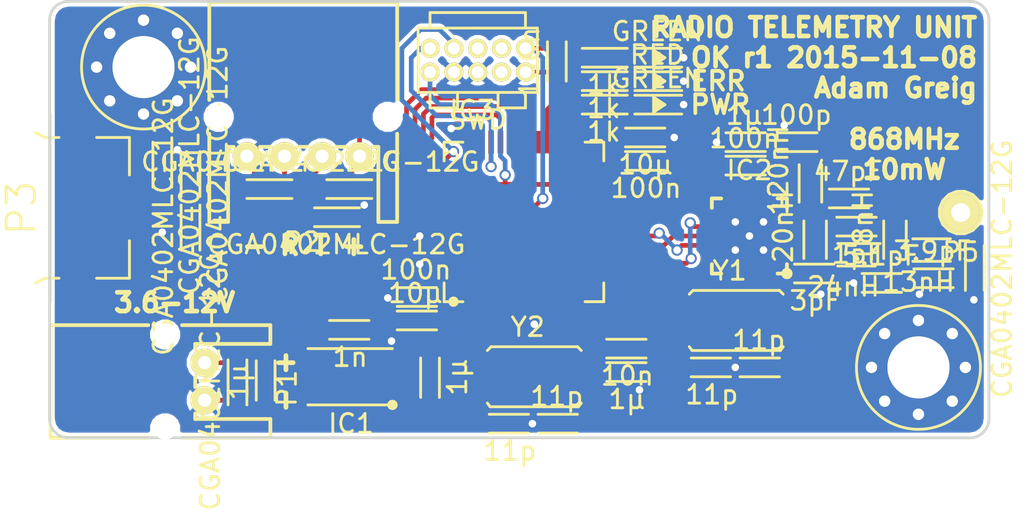
<source format=kicad_pcb>
(kicad_pcb (version 4) (host pcbnew 0.201508100901+6080~28~ubuntu14.04.1-product)

  (general
    (links 124)
    (no_connects 0)
    (area 78.525 86.875 148.027381 117.405952)
    (thickness 1.6)
    (drawings 16)
    (tracks 395)
    (zones 0)
    (modules 53)
    (nets 35)
  )

  (page A4)
  (layers
    (0 F.Cu signal)
    (31 B.Cu signal)
    (32 B.Adhes user)
    (33 F.Adhes user)
    (34 B.Paste user)
    (35 F.Paste user)
    (36 B.SilkS user)
    (37 F.SilkS user)
    (38 B.Mask user)
    (39 F.Mask user)
    (40 Dwgs.User user)
    (41 Cmts.User user)
    (42 Eco1.User user)
    (43 Eco2.User user)
    (44 Edge.Cuts user)
    (45 Margin user)
    (46 B.CrtYd user)
    (47 F.CrtYd user)
    (48 B.Fab user)
    (49 F.Fab user)
  )

  (setup
    (last_trace_width 0.25)
    (user_trace_width 0.2)
    (user_trace_width 0.2)
    (user_trace_width 0.25)
    (user_trace_width 0.3)
    (user_trace_width 0.4)
    (user_trace_width 0.5)
    (user_trace_width 0.8)
    (user_trace_width 1)
    (trace_clearance 0.2)
    (zone_clearance 0.2)
    (zone_45_only no)
    (trace_min 0.2)
    (segment_width 0.2)
    (edge_width 0.15)
    (via_size 0.6)
    (via_drill 0.4)
    (via_min_size 0.6)
    (via_min_drill 0.3)
    (user_via 0.8 0.4)
    (uvia_size 0.3)
    (uvia_drill 0.1)
    (uvias_allowed no)
    (uvia_min_size 0.2)
    (uvia_min_drill 0.1)
    (pcb_text_width 0.3)
    (pcb_text_size 1.5 1.5)
    (mod_edge_width 0.15)
    (mod_text_size 1 1)
    (mod_text_width 0.15)
    (pad_size 1.524 1.524)
    (pad_drill 0.762)
    (pad_to_mask_clearance 0.05)
    (aux_axis_origin 0 0)
    (visible_elements FFFFFF5F)
    (pcbplotparams
      (layerselection 0x010f0_80000001)
      (usegerberextensions true)
      (excludeedgelayer true)
      (linewidth 0.100000)
      (plotframeref false)
      (viasonmask false)
      (mode 1)
      (useauxorigin false)
      (hpglpennumber 1)
      (hpglpenspeed 20)
      (hpglpendiameter 15)
      (hpglpenoverlay 2)
      (psnegative false)
      (psa4output false)
      (plotreference false)
      (plotvalue false)
      (plotinvisibletext false)
      (padsonsilk false)
      (subtractmaskfromsilk true)
      (outputformat 1)
      (mirror false)
      (drillshape 0)
      (scaleselection 1)
      (outputdirectory gerbers/))
  )

  (net 0 "")
  (net 1 +BATT)
  (net 2 GND)
  (net 3 +3V3)
  (net 4 "Net-(C3-Pad1)")
  (net 5 "Net-(C4-Pad2)")
  (net 6 "Net-(C7-Pad1)")
  (net 7 "Net-(C14-Pad1)")
  (net 8 "Net-(C14-Pad2)")
  (net 9 "Net-(C15-Pad1)")
  (net 10 "Net-(C16-Pad1)")
  (net 11 "Net-(C17-Pad1)")
  (net 12 "Net-(C19-Pad1)")
  (net 13 /nRST)
  (net 14 "Net-(C21-Pad1)")
  (net 15 "Net-(C22-Pad1)")
  (net 16 /UART_RX)
  (net 17 /UART_TX)
  (net 18 /USB_DP)
  (net 19 /USB_DM)
  (net 20 "Net-(D9-Pad2)")
  (net 21 "Net-(D10-Pad2)")
  (net 22 "Net-(D11-Pad2)")
  (net 23 /SI_SDN)
  (net 24 /SI_GPIO0)
  (net 25 /SI_GPIO1)
  (net 26 /SI_NIRQ)
  (net 27 /SI_SCK)
  (net 28 /SI_MISO)
  (net 29 /SI_MOSI)
  (net 30 /SI_NSS)
  (net 31 "Net-(IC3-Pad27)")
  (net 32 "Net-(IC3-Pad28)")
  (net 33 /SWDIO)
  (net 34 /SWCLK)

  (net_class Default "This is the default net class."
    (clearance 0.2)
    (trace_width 0.25)
    (via_dia 0.6)
    (via_drill 0.4)
    (uvia_dia 0.3)
    (uvia_drill 0.1)
    (add_net +3V3)
    (add_net +BATT)
    (add_net /SI_GPIO0)
    (add_net /SI_GPIO1)
    (add_net /SI_MISO)
    (add_net /SI_MOSI)
    (add_net /SI_NIRQ)
    (add_net /SI_NSS)
    (add_net /SI_SCK)
    (add_net /SI_SDN)
    (add_net /SWCLK)
    (add_net /SWDIO)
    (add_net /UART_RX)
    (add_net /UART_TX)
    (add_net /USB_DM)
    (add_net /USB_DP)
    (add_net /nRST)
    (add_net GND)
    (add_net "Net-(C14-Pad1)")
    (add_net "Net-(C14-Pad2)")
    (add_net "Net-(C15-Pad1)")
    (add_net "Net-(C16-Pad1)")
    (add_net "Net-(C17-Pad1)")
    (add_net "Net-(C19-Pad1)")
    (add_net "Net-(C21-Pad1)")
    (add_net "Net-(C22-Pad1)")
    (add_net "Net-(C3-Pad1)")
    (add_net "Net-(C4-Pad2)")
    (add_net "Net-(C7-Pad1)")
    (add_net "Net-(D10-Pad2)")
    (add_net "Net-(D11-Pad2)")
    (add_net "Net-(D9-Pad2)")
    (add_net "Net-(IC3-Pad27)")
    (add_net "Net-(IC3-Pad28)")
  )

  (module radtel:C0603 (layer F.Cu) (tedit 53CD4DE5) (tstamp 563E9247)
    (at 93 109.5 270)
    (path /563E9A04)
    (fp_text reference C1 (at 0.7 -1.35 270) (layer F.SilkS) hide
      (effects (font (size 1 1) (thickness 0.15)))
    )
    (fp_text value 1µ (at 0.75 1.45 270) (layer F.SilkS)
      (effects (font (size 1 1) (thickness 0.15)))
    )
    (fp_line (start 1.75 0.5) (end -0.35 0.5) (layer F.SilkS) (width 0.15))
    (fp_line (start -0.35 -0.5) (end 1.75 -0.5) (layer F.SilkS) (width 0.15))
    (pad 1 smd rect (at 0 0 270) (size 0.7 0.8) (layers F.Cu F.Paste F.Mask)
      (net 1 +BATT))
    (pad 2 smd rect (at 1.4 0 270) (size 0.7 0.8) (layers F.Cu F.Paste F.Mask)
      (net 2 GND))
  )

  (module radtel:C0603 (layer F.Cu) (tedit 53CD4DE5) (tstamp 563E924F)
    (at 101.75 110.75 90)
    (path /563E9E20)
    (fp_text reference C2 (at 0.7 -1.35 90) (layer F.SilkS) hide
      (effects (font (size 1 1) (thickness 0.15)))
    )
    (fp_text value 1µ (at 0.75 1.45 90) (layer F.SilkS)
      (effects (font (size 1 1) (thickness 0.15)))
    )
    (fp_line (start 1.75 0.5) (end -0.35 0.5) (layer F.SilkS) (width 0.15))
    (fp_line (start -0.35 -0.5) (end 1.75 -0.5) (layer F.SilkS) (width 0.15))
    (pad 1 smd rect (at 0 0 90) (size 0.7 0.8) (layers F.Cu F.Paste F.Mask)
      (net 3 +3V3))
    (pad 2 smd rect (at 1.4 0 90) (size 0.7 0.8) (layers F.Cu F.Paste F.Mask)
      (net 2 GND))
  )

  (module radtel:C0603 (layer F.Cu) (tedit 53CD4DE5) (tstamp 563E9257)
    (at 96.75 107.5)
    (path /563EA200)
    (fp_text reference C3 (at 0.7 -1.35) (layer F.SilkS) hide
      (effects (font (size 1 1) (thickness 0.15)))
    )
    (fp_text value 1n (at 0.75 1.45) (layer F.SilkS)
      (effects (font (size 1 1) (thickness 0.15)))
    )
    (fp_line (start 1.75 0.5) (end -0.35 0.5) (layer F.SilkS) (width 0.15))
    (fp_line (start -0.35 -0.5) (end 1.75 -0.5) (layer F.SilkS) (width 0.15))
    (pad 1 smd rect (at 0 0) (size 0.7 0.8) (layers F.Cu F.Paste F.Mask)
      (net 4 "Net-(C3-Pad1)"))
    (pad 2 smd rect (at 1.4 0) (size 0.7 0.8) (layers F.Cu F.Paste F.Mask)
      (net 3 +3V3))
  )

  (module radtel:C0603 (layer F.Cu) (tedit 53CD4DE5) (tstamp 563E925F)
    (at 121.5 104.5)
    (path /56400784)
    (fp_text reference C4 (at 0.7 -1.35) (layer F.SilkS) hide
      (effects (font (size 1 1) (thickness 0.15)))
    )
    (fp_text value 3pF (at 0.75 1.45) (layer F.SilkS)
      (effects (font (size 1 1) (thickness 0.15)))
    )
    (fp_line (start 1.75 0.5) (end -0.35 0.5) (layer F.SilkS) (width 0.15))
    (fp_line (start -0.35 -0.5) (end 1.75 -0.5) (layer F.SilkS) (width 0.15))
    (pad 1 smd rect (at 0 0) (size 0.7 0.8) (layers F.Cu F.Paste F.Mask)
      (net 2 GND))
    (pad 2 smd rect (at 1.4 0) (size 0.7 0.8) (layers F.Cu F.Paste F.Mask)
      (net 5 "Net-(C4-Pad2)"))
  )

  (module radtel:C0603 (layer F.Cu) (tedit 53CD4DE5) (tstamp 563E9267)
    (at 119.25 97.5 180)
    (path /563F422A)
    (fp_text reference C5 (at 0.7 -1.35 180) (layer F.SilkS) hide
      (effects (font (size 1 1) (thickness 0.15)))
    )
    (fp_text value 1µ (at 0.75 1.45 180) (layer F.SilkS)
      (effects (font (size 1 1) (thickness 0.15)))
    )
    (fp_line (start 1.75 0.5) (end -0.35 0.5) (layer F.SilkS) (width 0.15))
    (fp_line (start -0.35 -0.5) (end 1.75 -0.5) (layer F.SilkS) (width 0.15))
    (pad 1 smd rect (at 0 0 180) (size 0.7 0.8) (layers F.Cu F.Paste F.Mask)
      (net 3 +3V3))
    (pad 2 smd rect (at 1.4 0 180) (size 0.7 0.8) (layers F.Cu F.Paste F.Mask)
      (net 2 GND))
  )

  (module radtel:C0603 (layer F.Cu) (tedit 53CD4DE5) (tstamp 563E926F)
    (at 119.25 98.75 180)
    (path /563F412D)
    (fp_text reference C6 (at 0.7 -1.35 180) (layer F.SilkS) hide
      (effects (font (size 1 1) (thickness 0.15)))
    )
    (fp_text value 100n (at 0.75 1.45 180) (layer F.SilkS)
      (effects (font (size 1 1) (thickness 0.15)))
    )
    (fp_line (start 1.75 0.5) (end -0.35 0.5) (layer F.SilkS) (width 0.15))
    (fp_line (start -0.35 -0.5) (end 1.75 -0.5) (layer F.SilkS) (width 0.15))
    (pad 1 smd rect (at 0 0 180) (size 0.7 0.8) (layers F.Cu F.Paste F.Mask)
      (net 3 +3V3))
    (pad 2 smd rect (at 1.4 0 180) (size 0.7 0.8) (layers F.Cu F.Paste F.Mask)
      (net 2 GND))
  )

  (module radtel:C0603 (layer F.Cu) (tedit 53CD4DE5) (tstamp 563E9277)
    (at 123.75 102)
    (path /563FFDC9)
    (fp_text reference C7 (at 0.7 -1.35) (layer F.SilkS) hide
      (effects (font (size 1 1) (thickness 0.15)))
    )
    (fp_text value 1pF (at 0.75 1.45) (layer F.SilkS)
      (effects (font (size 1 1) (thickness 0.15)))
    )
    (fp_line (start 1.75 0.5) (end -0.35 0.5) (layer F.SilkS) (width 0.15))
    (fp_line (start -0.35 -0.5) (end 1.75 -0.5) (layer F.SilkS) (width 0.15))
    (pad 1 smd rect (at 0 0) (size 0.7 0.8) (layers F.Cu F.Paste F.Mask)
      (net 6 "Net-(C7-Pad1)"))
    (pad 2 smd rect (at 1.4 0) (size 0.7 0.8) (layers F.Cu F.Paste F.Mask)
      (net 7 "Net-(C14-Pad1)"))
  )

  (module radtel:C0603 (layer F.Cu) (tedit 53CD4DE5) (tstamp 563E927F)
    (at 101.75 107 180)
    (path /563E7307)
    (fp_text reference C8 (at 0.7 -1.35 180) (layer F.SilkS) hide
      (effects (font (size 1 1) (thickness 0.15)))
    )
    (fp_text value 10µ (at 0.75 1.45 180) (layer F.SilkS)
      (effects (font (size 1 1) (thickness 0.15)))
    )
    (fp_line (start 1.75 0.5) (end -0.35 0.5) (layer F.SilkS) (width 0.15))
    (fp_line (start -0.35 -0.5) (end 1.75 -0.5) (layer F.SilkS) (width 0.15))
    (pad 1 smd rect (at 0 0 180) (size 0.7 0.8) (layers F.Cu F.Paste F.Mask)
      (net 3 +3V3))
    (pad 2 smd rect (at 1.4 0 180) (size 0.7 0.8) (layers F.Cu F.Paste F.Mask)
      (net 2 GND))
  )

  (module radtel:C0603 (layer F.Cu) (tedit 53CD4DE5) (tstamp 563E9287)
    (at 112.5 97.25)
    (path /563E7366)
    (fp_text reference C9 (at 0.7 -1.35) (layer F.SilkS) hide
      (effects (font (size 1 1) (thickness 0.15)))
    )
    (fp_text value 10µ (at 0.75 1.45) (layer F.SilkS)
      (effects (font (size 1 1) (thickness 0.15)))
    )
    (fp_line (start 1.75 0.5) (end -0.35 0.5) (layer F.SilkS) (width 0.15))
    (fp_line (start -0.35 -0.5) (end 1.75 -0.5) (layer F.SilkS) (width 0.15))
    (pad 1 smd rect (at 0 0) (size 0.7 0.8) (layers F.Cu F.Paste F.Mask)
      (net 3 +3V3))
    (pad 2 smd rect (at 1.4 0) (size 0.7 0.8) (layers F.Cu F.Paste F.Mask)
      (net 2 GND))
  )

  (module radtel:C0603 (layer F.Cu) (tedit 53CD4DE5) (tstamp 563E928F)
    (at 111.5 109.75)
    (path /563E73D3)
    (fp_text reference C10 (at 0.7 -1.35) (layer F.SilkS) hide
      (effects (font (size 1 1) (thickness 0.15)))
    )
    (fp_text value 1µ (at 0.75 1.45) (layer F.SilkS)
      (effects (font (size 1 1) (thickness 0.15)))
    )
    (fp_line (start 1.75 0.5) (end -0.35 0.5) (layer F.SilkS) (width 0.15))
    (fp_line (start -0.35 -0.5) (end 1.75 -0.5) (layer F.SilkS) (width 0.15))
    (pad 1 smd rect (at 0 0) (size 0.7 0.8) (layers F.Cu F.Paste F.Mask)
      (net 3 +3V3))
    (pad 2 smd rect (at 1.4 0) (size 0.7 0.8) (layers F.Cu F.Paste F.Mask)
      (net 2 GND))
  )

  (module radtel:C0603 (layer F.Cu) (tedit 53CD4DE5) (tstamp 563E9297)
    (at 112.5 98.5)
    (path /563E742B)
    (fp_text reference C11 (at 0.7 -1.35) (layer F.SilkS) hide
      (effects (font (size 1 1) (thickness 0.15)))
    )
    (fp_text value 100n (at 0.75 1.45) (layer F.SilkS)
      (effects (font (size 1 1) (thickness 0.15)))
    )
    (fp_line (start 1.75 0.5) (end -0.35 0.5) (layer F.SilkS) (width 0.15))
    (fp_line (start -0.35 -0.5) (end 1.75 -0.5) (layer F.SilkS) (width 0.15))
    (pad 1 smd rect (at 0 0) (size 0.7 0.8) (layers F.Cu F.Paste F.Mask)
      (net 3 +3V3))
    (pad 2 smd rect (at 1.4 0) (size 0.7 0.8) (layers F.Cu F.Paste F.Mask)
      (net 2 GND))
  )

  (module radtel:C0603 (layer F.Cu) (tedit 53CD4DE5) (tstamp 563E929F)
    (at 101.75 105.75 180)
    (path /563E7476)
    (fp_text reference C12 (at 0.7 -1.35 180) (layer F.SilkS) hide
      (effects (font (size 1 1) (thickness 0.15)))
    )
    (fp_text value 100n (at 0.75 1.45 180) (layer F.SilkS)
      (effects (font (size 1 1) (thickness 0.15)))
    )
    (fp_line (start 1.75 0.5) (end -0.35 0.5) (layer F.SilkS) (width 0.15))
    (fp_line (start -0.35 -0.5) (end 1.75 -0.5) (layer F.SilkS) (width 0.15))
    (pad 1 smd rect (at 0 0 180) (size 0.7 0.8) (layers F.Cu F.Paste F.Mask)
      (net 3 +3V3))
    (pad 2 smd rect (at 1.4 0 180) (size 0.7 0.8) (layers F.Cu F.Paste F.Mask)
      (net 2 GND))
  )

  (module radtel:C0603 (layer F.Cu) (tedit 53CD4DE5) (tstamp 563E92A7)
    (at 111.5 108.5)
    (path /563E74CA)
    (fp_text reference C13 (at 0.7 -1.35) (layer F.SilkS) hide
      (effects (font (size 1 1) (thickness 0.15)))
    )
    (fp_text value 10n (at 0.75 1.45) (layer F.SilkS)
      (effects (font (size 1 1) (thickness 0.15)))
    )
    (fp_line (start 1.75 0.5) (end -0.35 0.5) (layer F.SilkS) (width 0.15))
    (fp_line (start -0.35 -0.5) (end 1.75 -0.5) (layer F.SilkS) (width 0.15))
    (pad 1 smd rect (at 0 0) (size 0.7 0.8) (layers F.Cu F.Paste F.Mask)
      (net 3 +3V3))
    (pad 2 smd rect (at 1.4 0) (size 0.7 0.8) (layers F.Cu F.Paste F.Mask)
      (net 2 GND))
  )

  (module radtel:C0603 (layer F.Cu) (tedit 53CD4DE5) (tstamp 563E92AF)
    (at 124.75 100.5 180)
    (path /563FF660)
    (fp_text reference C14 (at 0.7 -1.35 180) (layer F.SilkS) hide
      (effects (font (size 1 1) (thickness 0.15)))
    )
    (fp_text value 47pF (at 0.75 1.45 180) (layer F.SilkS)
      (effects (font (size 1 1) (thickness 0.15)))
    )
    (fp_line (start 1.75 0.5) (end -0.35 0.5) (layer F.SilkS) (width 0.15))
    (fp_line (start -0.35 -0.5) (end 1.75 -0.5) (layer F.SilkS) (width 0.15))
    (pad 1 smd rect (at 0 0 180) (size 0.7 0.8) (layers F.Cu F.Paste F.Mask)
      (net 7 "Net-(C14-Pad1)"))
    (pad 2 smd rect (at 1.4 0 180) (size 0.7 0.8) (layers F.Cu F.Paste F.Mask)
      (net 8 "Net-(C14-Pad2)"))
  )

  (module radtel:C0603 (layer F.Cu) (tedit 53CD4DE5) (tstamp 563E92B7)
    (at 126.5 105 180)
    (path /56401C60)
    (fp_text reference C15 (at 0.7 -1.35 180) (layer F.SilkS) hide
      (effects (font (size 1 1) (thickness 0.15)))
    )
    (fp_text value 5.1pF (at 0.75 1.45 180) (layer F.SilkS)
      (effects (font (size 1 1) (thickness 0.15)))
    )
    (fp_line (start 1.75 0.5) (end -0.35 0.5) (layer F.SilkS) (width 0.15))
    (fp_line (start -0.35 -0.5) (end 1.75 -0.5) (layer F.SilkS) (width 0.15))
    (pad 1 smd rect (at 0 0 180) (size 0.7 0.8) (layers F.Cu F.Paste F.Mask)
      (net 9 "Net-(C15-Pad1)"))
    (pad 2 smd rect (at 1.4 0 180) (size 0.7 0.8) (layers F.Cu F.Paste F.Mask)
      (net 2 GND))
  )

  (module radtel:C0603 (layer F.Cu) (tedit 53CD4DE5) (tstamp 563E92BF)
    (at 129.25 104.75 180)
    (path /56401D6C)
    (fp_text reference C16 (at 0.7 -1.35 180) (layer F.SilkS) hide
      (effects (font (size 1 1) (thickness 0.15)))
    )
    (fp_text value 3.9pF (at 0.75 1.45 180) (layer F.SilkS)
      (effects (font (size 1 1) (thickness 0.15)))
    )
    (fp_line (start 1.75 0.5) (end -0.35 0.5) (layer F.SilkS) (width 0.15))
    (fp_line (start -0.35 -0.5) (end 1.75 -0.5) (layer F.SilkS) (width 0.15))
    (pad 1 smd rect (at 0 0 180) (size 0.7 0.8) (layers F.Cu F.Paste F.Mask)
      (net 10 "Net-(C16-Pad1)"))
    (pad 2 smd rect (at 1.4 0 180) (size 0.7 0.8) (layers F.Cu F.Paste F.Mask)
      (net 2 GND))
  )

  (module radtel:C0603 (layer F.Cu) (tedit 53CD4DE5) (tstamp 563E92C7)
    (at 116 109.5)
    (path /563F3EBE)
    (fp_text reference C17 (at 0.7 -1.35) (layer F.SilkS) hide
      (effects (font (size 1 1) (thickness 0.15)))
    )
    (fp_text value 11p (at 0.75 1.45) (layer F.SilkS)
      (effects (font (size 1 1) (thickness 0.15)))
    )
    (fp_line (start 1.75 0.5) (end -0.35 0.5) (layer F.SilkS) (width 0.15))
    (fp_line (start -0.35 -0.5) (end 1.75 -0.5) (layer F.SilkS) (width 0.15))
    (pad 1 smd rect (at 0 0) (size 0.7 0.8) (layers F.Cu F.Paste F.Mask)
      (net 11 "Net-(C17-Pad1)"))
    (pad 2 smd rect (at 1.4 0) (size 0.7 0.8) (layers F.Cu F.Paste F.Mask)
      (net 2 GND))
  )

  (module radtel:C0603 (layer F.Cu) (tedit 53CD4DE5) (tstamp 563E92CF)
    (at 122 97.5 180)
    (path /563FF03E)
    (fp_text reference C18 (at 0.7 -1.35 180) (layer F.SilkS) hide
      (effects (font (size 1 1) (thickness 0.15)))
    )
    (fp_text value 100p (at 0.75 1.45 180) (layer F.SilkS)
      (effects (font (size 1 1) (thickness 0.15)))
    )
    (fp_line (start 1.75 0.5) (end -0.35 0.5) (layer F.SilkS) (width 0.15))
    (fp_line (start -0.35 -0.5) (end 1.75 -0.5) (layer F.SilkS) (width 0.15))
    (pad 1 smd rect (at 0 0 180) (size 0.7 0.8) (layers F.Cu F.Paste F.Mask)
      (net 3 +3V3))
    (pad 2 smd rect (at 1.4 0 180) (size 0.7 0.8) (layers F.Cu F.Paste F.Mask)
      (net 2 GND))
  )

  (module radtel:C0603 (layer F.Cu) (tedit 53CD4DE5) (tstamp 563E92D7)
    (at 120 109.5 180)
    (path /563F3F5F)
    (fp_text reference C19 (at 0.7 -1.35 180) (layer F.SilkS) hide
      (effects (font (size 1 1) (thickness 0.15)))
    )
    (fp_text value 11p (at 0.75 1.45 180) (layer F.SilkS)
      (effects (font (size 1 1) (thickness 0.15)))
    )
    (fp_line (start 1.75 0.5) (end -0.35 0.5) (layer F.SilkS) (width 0.15))
    (fp_line (start -0.35 -0.5) (end 1.75 -0.5) (layer F.SilkS) (width 0.15))
    (pad 1 smd rect (at 0 0 180) (size 0.7 0.8) (layers F.Cu F.Paste F.Mask)
      (net 12 "Net-(C19-Pad1)"))
    (pad 2 smd rect (at 1.4 0 180) (size 0.7 0.8) (layers F.Cu F.Paste F.Mask)
      (net 2 GND))
  )

  (module radtel:C0603 (layer F.Cu) (tedit 53CD4DE5) (tstamp 563E92DF)
    (at 108.5 92.5 270)
    (path /563EDCCB)
    (fp_text reference C20 (at 0.7 -1.35 270) (layer F.SilkS) hide
      (effects (font (size 1 1) (thickness 0.15)))
    )
    (fp_text value 100n (at 0.75 1.45 270) (layer F.SilkS)
      (effects (font (size 1 1) (thickness 0.15)))
    )
    (fp_line (start 1.75 0.5) (end -0.35 0.5) (layer F.SilkS) (width 0.15))
    (fp_line (start -0.35 -0.5) (end 1.75 -0.5) (layer F.SilkS) (width 0.15))
    (pad 1 smd rect (at 0 0 270) (size 0.7 0.8) (layers F.Cu F.Paste F.Mask)
      (net 13 /nRST))
    (pad 2 smd rect (at 1.4 0 270) (size 0.7 0.8) (layers F.Cu F.Paste F.Mask)
      (net 2 GND))
  )

  (module radtel:C0603 (layer F.Cu) (tedit 53CD4DE5) (tstamp 563E92E7)
    (at 105.25 112.5)
    (path /563ED148)
    (fp_text reference C21 (at 0.7 -1.35) (layer F.SilkS) hide
      (effects (font (size 1 1) (thickness 0.15)))
    )
    (fp_text value 11p (at 0.75 1.45) (layer F.SilkS)
      (effects (font (size 1 1) (thickness 0.15)))
    )
    (fp_line (start 1.75 0.5) (end -0.35 0.5) (layer F.SilkS) (width 0.15))
    (fp_line (start -0.35 -0.5) (end 1.75 -0.5) (layer F.SilkS) (width 0.15))
    (pad 1 smd rect (at 0 0) (size 0.7 0.8) (layers F.Cu F.Paste F.Mask)
      (net 14 "Net-(C21-Pad1)"))
    (pad 2 smd rect (at 1.4 0) (size 0.7 0.8) (layers F.Cu F.Paste F.Mask)
      (net 2 GND))
  )

  (module radtel:C0603 (layer F.Cu) (tedit 53CD4DE5) (tstamp 563E92EF)
    (at 109.25 112.5 180)
    (path /563ED210)
    (fp_text reference C22 (at 0.7 -1.35 180) (layer F.SilkS) hide
      (effects (font (size 1 1) (thickness 0.15)))
    )
    (fp_text value 11p (at 0.75 1.45 180) (layer F.SilkS)
      (effects (font (size 1 1) (thickness 0.15)))
    )
    (fp_line (start 1.75 0.5) (end -0.35 0.5) (layer F.SilkS) (width 0.15))
    (fp_line (start -0.35 -0.5) (end 1.75 -0.5) (layer F.SilkS) (width 0.15))
    (pad 1 smd rect (at 0 0 180) (size 0.7 0.8) (layers F.Cu F.Paste F.Mask)
      (net 15 "Net-(C22-Pad1)"))
    (pad 2 smd rect (at 1.4 0 180) (size 0.7 0.8) (layers F.Cu F.Paste F.Mask)
      (net 2 GND))
  )

  (module radtel:R0603 (layer F.Cu) (tedit 53CDA429) (tstamp 563E92F7)
    (at 98.25 100 180)
    (path /563E7BD2)
    (fp_text reference D1 (at 0.7 -1.35 180) (layer F.SilkS) hide
      (effects (font (size 1 1) (thickness 0.15)))
    )
    (fp_text value CGA0402MLC-12G (at 0.75 1.45 180) (layer F.SilkS)
      (effects (font (size 1 1) (thickness 0.15)))
    )
    (fp_line (start -0.4 0.5) (end 2 0.5) (layer F.SilkS) (width 0.15))
    (fp_line (start -0.4 -0.5) (end 2 -0.5) (layer F.SilkS) (width 0.15))
    (pad 1 smd rect (at 0 0 180) (size 0.8 0.8) (layers F.Cu F.Paste F.Mask)
      (net 2 GND))
    (pad 2 smd rect (at 1.6 0 180) (size 0.8 0.8) (layers F.Cu F.Paste F.Mask)
      (net 1 +BATT))
  )

  (module radtel:R0603 (layer F.Cu) (tedit 53CDA429) (tstamp 563E92FF)
    (at 94 100 180)
    (path /563EA71F)
    (fp_text reference D2 (at 0.7 -1.35 180) (layer F.SilkS) hide
      (effects (font (size 1 1) (thickness 0.15)))
    )
    (fp_text value CGA0402MLC-12G (at 0.75 1.45 180) (layer F.SilkS)
      (effects (font (size 1 1) (thickness 0.15)))
    )
    (fp_line (start -0.4 0.5) (end 2 0.5) (layer F.SilkS) (width 0.15))
    (fp_line (start -0.4 -0.5) (end 2 -0.5) (layer F.SilkS) (width 0.15))
    (pad 1 smd rect (at 0 0 180) (size 0.8 0.8) (layers F.Cu F.Paste F.Mask)
      (net 16 /UART_RX))
    (pad 2 smd rect (at 1.6 0 180) (size 0.8 0.8) (layers F.Cu F.Paste F.Mask)
      (net 2 GND))
  )

  (module radtel:R0603 (layer F.Cu) (tedit 53CDA429) (tstamp 563E9307)
    (at 96 101.5)
    (path /563E7A1A)
    (fp_text reference D3 (at 0.7 -1.35) (layer F.SilkS) hide
      (effects (font (size 1 1) (thickness 0.15)))
    )
    (fp_text value CGA0402MLC-12G (at 0.75 1.45) (layer F.SilkS)
      (effects (font (size 1 1) (thickness 0.15)))
    )
    (fp_line (start -0.4 0.5) (end 2 0.5) (layer F.SilkS) (width 0.15))
    (fp_line (start -0.4 -0.5) (end 2 -0.5) (layer F.SilkS) (width 0.15))
    (pad 1 smd rect (at 0 0) (size 0.8 0.8) (layers F.Cu F.Paste F.Mask)
      (net 17 /UART_TX))
    (pad 2 smd rect (at 1.6 0) (size 0.8 0.8) (layers F.Cu F.Paste F.Mask)
      (net 2 GND))
  )

  (module radtel:R0603 (layer F.Cu) (tedit 53CDA429) (tstamp 563E930F)
    (at 87.5 99.5 90)
    (path /563E7A9B)
    (fp_text reference D4 (at 0.7 -1.35 90) (layer F.SilkS) hide
      (effects (font (size 1 1) (thickness 0.15)))
    )
    (fp_text value CGA0402MLC-12G (at 0.75 1.45 90) (layer F.SilkS)
      (effects (font (size 1 1) (thickness 0.15)))
    )
    (fp_line (start -0.4 0.5) (end 2 0.5) (layer F.SilkS) (width 0.15))
    (fp_line (start -0.4 -0.5) (end 2 -0.5) (layer F.SilkS) (width 0.15))
    (pad 1 smd rect (at 0 0 90) (size 0.8 0.8) (layers F.Cu F.Paste F.Mask)
      (net 1 +BATT))
    (pad 2 smd rect (at 1.6 0 90) (size 0.8 0.8) (layers F.Cu F.Paste F.Mask)
      (net 2 GND))
  )

  (module radtel:R0603 (layer F.Cu) (tedit 53CDA429) (tstamp 563E9317)
    (at 89 101.25 270)
    (path /563E7F77)
    (fp_text reference D5 (at 0.7 -1.35 270) (layer F.SilkS) hide
      (effects (font (size 1 1) (thickness 0.15)))
    )
    (fp_text value CGA0402MLC-12G (at 0.75 1.45 270) (layer F.SilkS)
      (effects (font (size 1 1) (thickness 0.15)))
    )
    (fp_line (start -0.4 0.5) (end 2 0.5) (layer F.SilkS) (width 0.15))
    (fp_line (start -0.4 -0.5) (end 2 -0.5) (layer F.SilkS) (width 0.15))
    (pad 1 smd rect (at 0 0 270) (size 0.8 0.8) (layers F.Cu F.Paste F.Mask)
      (net 18 /USB_DP))
    (pad 2 smd rect (at 1.6 0 270) (size 0.8 0.8) (layers F.Cu F.Paste F.Mask)
      (net 2 GND))
  )

  (module radtel:R0603 (layer F.Cu) (tedit 53CDA429) (tstamp 563E931F)
    (at 89 100 90)
    (path /563E7E9A)
    (fp_text reference D6 (at 0.7 -1.35 90) (layer F.SilkS) hide
      (effects (font (size 1 1) (thickness 0.15)))
    )
    (fp_text value CGA0402MLC-12G (at 0.75 1.45 90) (layer F.SilkS)
      (effects (font (size 1 1) (thickness 0.15)))
    )
    (fp_line (start -0.4 0.5) (end 2 0.5) (layer F.SilkS) (width 0.15))
    (fp_line (start -0.4 -0.5) (end 2 -0.5) (layer F.SilkS) (width 0.15))
    (pad 1 smd rect (at 0 0 90) (size 0.8 0.8) (layers F.Cu F.Paste F.Mask)
      (net 19 /USB_DM))
    (pad 2 smd rect (at 1.6 0 90) (size 0.8 0.8) (layers F.Cu F.Paste F.Mask)
      (net 2 GND))
  )

  (module radtel:R0603 (layer F.Cu) (tedit 53CDA429) (tstamp 563E9327)
    (at 91.5 109.5 270)
    (path /563E7F19)
    (fp_text reference D7 (at 0.7 -1.35 270) (layer F.SilkS) hide
      (effects (font (size 1 1) (thickness 0.15)))
    )
    (fp_text value CGA0402MLC-12G (at 0.75 1.45 270) (layer F.SilkS)
      (effects (font (size 1 1) (thickness 0.15)))
    )
    (fp_line (start -0.4 0.5) (end 2 0.5) (layer F.SilkS) (width 0.15))
    (fp_line (start -0.4 -0.5) (end 2 -0.5) (layer F.SilkS) (width 0.15))
    (pad 1 smd rect (at 0 0 270) (size 0.8 0.8) (layers F.Cu F.Paste F.Mask)
      (net 1 +BATT))
    (pad 2 smd rect (at 1.6 0 270) (size 0.8 0.8) (layers F.Cu F.Paste F.Mask)
      (net 2 GND))
  )

  (module radtel:R0603 (layer F.Cu) (tedit 53CDA429) (tstamp 563E932F)
    (at 130.75 105 90)
    (path /563E7C7E)
    (fp_text reference D8 (at 0.7 -1.35 90) (layer F.SilkS) hide
      (effects (font (size 1 1) (thickness 0.15)))
    )
    (fp_text value CGA0402MLC-12G (at 0.75 1.45 90) (layer F.SilkS)
      (effects (font (size 1 1) (thickness 0.15)))
    )
    (fp_line (start -0.4 0.5) (end 2 0.5) (layer F.SilkS) (width 0.15))
    (fp_line (start -0.4 -0.5) (end 2 -0.5) (layer F.SilkS) (width 0.15))
    (pad 1 smd rect (at 0 0 90) (size 0.8 0.8) (layers F.Cu F.Paste F.Mask)
      (net 2 GND))
    (pad 2 smd rect (at 1.6 0 90) (size 0.8 0.8) (layers F.Cu F.Paste F.Mask)
      (net 10 "Net-(C16-Pad1)"))
  )

  (module radtel:LED0603 (layer F.Cu) (tedit 55A29F0A) (tstamp 563E933F)
    (at 114.75 93 180)
    (path /563E71D2)
    (fp_text reference D9 (at 0.8 -1.3 180) (layer F.SilkS) hide
      (effects (font (size 1 1) (thickness 0.15)))
    )
    (fp_text value GREEN (at 0.9 1.4 180) (layer F.SilkS)
      (effects (font (size 1 1) (thickness 0.15)))
    )
    (fp_line (start 0.9 0.2) (end 1 0.2) (layer F.SilkS) (width 0.15))
    (fp_line (start 0.7 0.1) (end 1 0.1) (layer F.SilkS) (width 0.15))
    (fp_line (start 0.9 -0.2) (end 1 -0.2) (layer F.SilkS) (width 0.15))
    (fp_line (start 0.8 -0.1) (end 1 -0.1) (layer F.SilkS) (width 0.15))
    (fp_line (start 0.6 0) (end 1 0) (layer F.SilkS) (width 0.15))
    (fp_line (start 1.1 -0.4) (end 1.1 0.4) (layer F.SilkS) (width 0.15))
    (fp_line (start 1.1 0.4) (end 0.5 0) (layer F.SilkS) (width 0.15))
    (fp_line (start 0.5 0) (end 1.1 -0.4) (layer F.SilkS) (width 0.15))
    (fp_line (start -0.4 0.5) (end 2.1 0.5) (layer F.SilkS) (width 0.15))
    (fp_line (start -0.4 -0.5) (end 2.1 -0.5) (layer F.SilkS) (width 0.15))
    (pad 1 smd rect (at 0 0 180) (size 0.8 0.8) (layers F.Cu F.Paste F.Mask)
      (net 2 GND))
    (pad 2 smd rect (at 1.65 0 180) (size 0.8 0.8) (layers F.Cu F.Paste F.Mask)
      (net 20 "Net-(D9-Pad2)"))
  )

  (module radtel:LED0603 (layer F.Cu) (tedit 55A29F0A) (tstamp 563E934F)
    (at 114.75 94.25 180)
    (path /563E7250)
    (fp_text reference D10 (at 0.8 -1.3 180) (layer F.SilkS) hide
      (effects (font (size 1 1) (thickness 0.15)))
    )
    (fp_text value RED (at 0.9 1.4 180) (layer F.SilkS)
      (effects (font (size 1 1) (thickness 0.15)))
    )
    (fp_line (start 0.9 0.2) (end 1 0.2) (layer F.SilkS) (width 0.15))
    (fp_line (start 0.7 0.1) (end 1 0.1) (layer F.SilkS) (width 0.15))
    (fp_line (start 0.9 -0.2) (end 1 -0.2) (layer F.SilkS) (width 0.15))
    (fp_line (start 0.8 -0.1) (end 1 -0.1) (layer F.SilkS) (width 0.15))
    (fp_line (start 0.6 0) (end 1 0) (layer F.SilkS) (width 0.15))
    (fp_line (start 1.1 -0.4) (end 1.1 0.4) (layer F.SilkS) (width 0.15))
    (fp_line (start 1.1 0.4) (end 0.5 0) (layer F.SilkS) (width 0.15))
    (fp_line (start 0.5 0) (end 1.1 -0.4) (layer F.SilkS) (width 0.15))
    (fp_line (start -0.4 0.5) (end 2.1 0.5) (layer F.SilkS) (width 0.15))
    (fp_line (start -0.4 -0.5) (end 2.1 -0.5) (layer F.SilkS) (width 0.15))
    (pad 1 smd rect (at 0 0 180) (size 0.8 0.8) (layers F.Cu F.Paste F.Mask)
      (net 2 GND))
    (pad 2 smd rect (at 1.65 0 180) (size 0.8 0.8) (layers F.Cu F.Paste F.Mask)
      (net 21 "Net-(D10-Pad2)"))
  )

  (module radtel:LED0603 (layer F.Cu) (tedit 55A29F0A) (tstamp 563E935F)
    (at 114.75 95.5 180)
    (path /563E72A0)
    (fp_text reference D11 (at 0.8 -1.3 180) (layer F.SilkS) hide
      (effects (font (size 1 1) (thickness 0.15)))
    )
    (fp_text value GREEN (at 0.9 1.4 180) (layer F.SilkS)
      (effects (font (size 1 1) (thickness 0.15)))
    )
    (fp_line (start 0.9 0.2) (end 1 0.2) (layer F.SilkS) (width 0.15))
    (fp_line (start 0.7 0.1) (end 1 0.1) (layer F.SilkS) (width 0.15))
    (fp_line (start 0.9 -0.2) (end 1 -0.2) (layer F.SilkS) (width 0.15))
    (fp_line (start 0.8 -0.1) (end 1 -0.1) (layer F.SilkS) (width 0.15))
    (fp_line (start 0.6 0) (end 1 0) (layer F.SilkS) (width 0.15))
    (fp_line (start 1.1 -0.4) (end 1.1 0.4) (layer F.SilkS) (width 0.15))
    (fp_line (start 1.1 0.4) (end 0.5 0) (layer F.SilkS) (width 0.15))
    (fp_line (start 0.5 0) (end 1.1 -0.4) (layer F.SilkS) (width 0.15))
    (fp_line (start -0.4 0.5) (end 2.1 0.5) (layer F.SilkS) (width 0.15))
    (fp_line (start -0.4 -0.5) (end 2.1 -0.5) (layer F.SilkS) (width 0.15))
    (pad 1 smd rect (at 0 0 180) (size 0.8 0.8) (layers F.Cu F.Paste F.Mask)
      (net 2 GND))
    (pad 2 smd rect (at 1.65 0 180) (size 0.8 0.8) (layers F.Cu F.Paste F.Mask)
      (net 22 "Net-(D11-Pad2)"))
  )

  (module radtel:LQFP48 (layer F.Cu) (tedit 53CD8C93) (tstamp 563E93B6)
    (at 104 106)
    (path /563E6F4A)
    (fp_text reference IC3 (at 0 -10.2) (layer F.SilkS)
      (effects (font (size 1 1) (thickness 0.15)))
    )
    (fp_text value STM32F072CBT6 (at 3 -6.7) (layer F.SilkS) hide
      (effects (font (size 1 1) (thickness 0.15)))
    )
    (fp_circle (center -1 0) (end -1 0.2) (layer F.SilkS) (width 0.15))
    (fp_circle (center -1 0) (end -1 0.1) (layer F.SilkS) (width 0.15))
    (fp_line (start -0.5 -8.5) (end -1.5 -8.5) (layer F.SilkS) (width 0.15))
    (fp_line (start -1.5 -8.5) (end -1.5 -7.5) (layer F.SilkS) (width 0.15))
    (fp_line (start 6 -8.5) (end 7 -8.5) (layer F.SilkS) (width 0.15))
    (fp_line (start 7 -8.5) (end 7 -7.5) (layer F.SilkS) (width 0.15))
    (fp_line (start 6 0) (end 7 0) (layer F.SilkS) (width 0.15))
    (fp_line (start 7 0) (end 7 -1) (layer F.SilkS) (width 0.15))
    (fp_line (start -1.5 -1) (end -1.5 0) (layer F.SilkS) (width 0.15))
    (fp_line (start -1.5 0) (end -0.5 0) (layer F.SilkS) (width 0.15))
    (pad 1 smd rect (at 0 0) (size 0.3 1.2) (layers F.Cu F.Paste F.Mask)
      (net 3 +3V3))
    (pad 2 smd rect (at 0.5 0) (size 0.3 1.2) (layers F.Cu F.Paste F.Mask))
    (pad 3 smd rect (at 1 0) (size 0.3 1.2) (layers F.Cu F.Paste F.Mask))
    (pad 4 smd rect (at 1.5 0) (size 0.3 1.2) (layers F.Cu F.Paste F.Mask))
    (pad 5 smd rect (at 2 0) (size 0.3 1.2) (layers F.Cu F.Paste F.Mask)
      (net 14 "Net-(C21-Pad1)"))
    (pad 6 smd rect (at 2.5 0) (size 0.3 1.2) (layers F.Cu F.Paste F.Mask)
      (net 15 "Net-(C22-Pad1)"))
    (pad 7 smd rect (at 3 0) (size 0.3 1.2) (layers F.Cu F.Paste F.Mask)
      (net 13 /nRST))
    (pad 8 smd rect (at 3.5 0) (size 0.3 1.2) (layers F.Cu F.Paste F.Mask)
      (net 2 GND))
    (pad 9 smd rect (at 4 0) (size 0.3 1.2) (layers F.Cu F.Paste F.Mask)
      (net 3 +3V3))
    (pad 10 smd rect (at 4.5 0) (size 0.3 1.2) (layers F.Cu F.Paste F.Mask))
    (pad 11 smd rect (at 5 0) (size 0.3 1.2) (layers F.Cu F.Paste F.Mask))
    (pad 12 smd rect (at 5.5 0) (size 0.3 1.2) (layers F.Cu F.Paste F.Mask))
    (pad 13 smd rect (at 7 -1.5) (size 1.2 0.3) (layers F.Cu F.Paste F.Mask)
      (net 23 /SI_SDN))
    (pad 14 smd rect (at 7 -2) (size 1.2 0.3) (layers F.Cu F.Paste F.Mask)
      (net 30 /SI_NSS))
    (pad 15 smd rect (at 7 -2.5) (size 1.2 0.3) (layers F.Cu F.Paste F.Mask)
      (net 27 /SI_SCK))
    (pad 16 smd rect (at 7 -3) (size 1.2 0.3) (layers F.Cu F.Paste F.Mask)
      (net 28 /SI_MISO))
    (pad 17 smd rect (at 7 -3.5) (size 1.2 0.3) (layers F.Cu F.Paste F.Mask)
      (net 29 /SI_MOSI))
    (pad 18 smd rect (at 7 -4) (size 1.2 0.3) (layers F.Cu F.Paste F.Mask)
      (net 26 /SI_NIRQ))
    (pad 19 smd rect (at 7 -4.5) (size 1.2 0.3) (layers F.Cu F.Paste F.Mask)
      (net 25 /SI_GPIO1))
    (pad 20 smd rect (at 7 -5) (size 1.2 0.3) (layers F.Cu F.Paste F.Mask)
      (net 24 /SI_GPIO0))
    (pad 21 smd rect (at 7 -5.5) (size 1.2 0.3) (layers F.Cu F.Paste F.Mask))
    (pad 22 smd rect (at 7 -6) (size 1.2 0.3) (layers F.Cu F.Paste F.Mask))
    (pad 23 smd rect (at 7 -6.5) (size 1.2 0.3) (layers F.Cu F.Paste F.Mask)
      (net 2 GND))
    (pad 24 smd rect (at 7 -7) (size 1.2 0.3) (layers F.Cu F.Paste F.Mask)
      (net 3 +3V3))
    (pad 25 smd rect (at 5.5 -8.5) (size 0.3 1.2) (layers F.Cu F.Paste F.Mask))
    (pad 26 smd rect (at 5 -8.5) (size 0.3 1.2) (layers F.Cu F.Paste F.Mask))
    (pad 27 smd rect (at 4.5 -8.5) (size 0.3 1.2) (layers F.Cu F.Paste F.Mask)
      (net 31 "Net-(IC3-Pad27)"))
    (pad 28 smd rect (at 4 -8.5) (size 0.3 1.2) (layers F.Cu F.Paste F.Mask)
      (net 32 "Net-(IC3-Pad28)"))
    (pad 29 smd rect (at 3.5 -8.5) (size 0.3 1.2) (layers F.Cu F.Paste F.Mask))
    (pad 30 smd rect (at 3 -8.5) (size 0.3 1.2) (layers F.Cu F.Paste F.Mask)
      (net 17 /UART_TX))
    (pad 31 smd rect (at 2.5 -8.5) (size 0.3 1.2) (layers F.Cu F.Paste F.Mask)
      (net 16 /UART_RX))
    (pad 32 smd rect (at 2 -8.5) (size 0.3 1.2) (layers F.Cu F.Paste F.Mask)
      (net 19 /USB_DM))
    (pad 33 smd rect (at 1.5 -8.5) (size 0.3 1.2) (layers F.Cu F.Paste F.Mask)
      (net 18 /USB_DP))
    (pad 34 smd rect (at 1 -8.5) (size 0.3 1.2) (layers F.Cu F.Paste F.Mask)
      (net 33 /SWDIO))
    (pad 35 smd rect (at 0.5 -8.5) (size 0.3 1.2) (layers F.Cu F.Paste F.Mask)
      (net 2 GND))
    (pad 36 smd rect (at 0 -8.5) (size 0.3 1.2) (layers F.Cu F.Paste F.Mask)
      (net 3 +3V3))
    (pad 37 smd rect (at -1.5 -7) (size 1.2 0.3) (layers F.Cu F.Paste F.Mask)
      (net 34 /SWCLK))
    (pad 38 smd rect (at -1.5 -6.5) (size 1.2 0.3) (layers F.Cu F.Paste F.Mask))
    (pad 39 smd rect (at -1.5 -6) (size 1.2 0.3) (layers F.Cu F.Paste F.Mask))
    (pad 40 smd rect (at -1.5 -5.5) (size 1.2 0.3) (layers F.Cu F.Paste F.Mask))
    (pad 41 smd rect (at -1.5 -5) (size 1.2 0.3) (layers F.Cu F.Paste F.Mask))
    (pad 42 smd rect (at -1.5 -4.5) (size 1.2 0.3) (layers F.Cu F.Paste F.Mask))
    (pad 43 smd rect (at -1.5 -4) (size 1.2 0.3) (layers F.Cu F.Paste F.Mask))
    (pad 44 smd rect (at -1.5 -3.5) (size 1.2 0.3) (layers F.Cu F.Paste F.Mask)
      (net 2 GND))
    (pad 45 smd rect (at -1.5 -3) (size 1.2 0.3) (layers F.Cu F.Paste F.Mask))
    (pad 46 smd rect (at -1.5 -2.5) (size 1.2 0.3) (layers F.Cu F.Paste F.Mask))
    (pad 47 smd rect (at -1.5 -2) (size 1.2 0.3) (layers F.Cu F.Paste F.Mask)
      (net 2 GND))
    (pad 48 smd rect (at -1.5 -1.5) (size 1.2 0.3) (layers F.Cu F.Paste F.Mask)
      (net 3 +3V3))
  )

  (module radtel:L0603 (layer F.Cu) (tedit 559F1207) (tstamp 563E93BE)
    (at 122.25 102 270)
    (path /56400B49)
    (fp_text reference L1 (at 0 -1.6 270) (layer F.SilkS) hide
      (effects (font (size 1 1) (thickness 0.15)))
    )
    (fp_text value 20nH (at 0 1.7 270) (layer F.SilkS)
      (effects (font (size 1 1) (thickness 0.15)))
    )
    (fp_line (start -0.3 0.6) (end 1.7 0.6) (layer F.SilkS) (width 0.15))
    (fp_line (start -0.3 -0.6) (end 1.7 -0.6) (layer F.SilkS) (width 0.15))
    (pad 1 smd rect (at 0 0 270) (size 0.6 0.9) (layers F.Cu F.Paste F.Mask)
      (net 6 "Net-(C7-Pad1)"))
    (pad 2 smd rect (at 1.4 0 270) (size 0.6 0.9) (layers F.Cu F.Paste F.Mask)
      (net 5 "Net-(C4-Pad2)"))
  )

  (module radtel:L0603 (layer F.Cu) (tedit 559F1207) (tstamp 563E93C6)
    (at 123.75 103.5)
    (path /563FF8CE)
    (fp_text reference L2 (at 0 -1.6) (layer F.SilkS) hide
      (effects (font (size 1 1) (thickness 0.15)))
    )
    (fp_text value 24nH (at 0 1.7) (layer F.SilkS)
      (effects (font (size 1 1) (thickness 0.15)))
    )
    (fp_line (start -0.3 0.6) (end 1.7 0.6) (layer F.SilkS) (width 0.15))
    (fp_line (start -0.3 -0.6) (end 1.7 -0.6) (layer F.SilkS) (width 0.15))
    (pad 1 smd rect (at 0 0) (size 0.6 0.9) (layers F.Cu F.Paste F.Mask)
      (net 5 "Net-(C4-Pad2)"))
    (pad 2 smd rect (at 1.4 0) (size 0.6 0.9) (layers F.Cu F.Paste F.Mask)
      (net 7 "Net-(C14-Pad1)"))
  )

  (module radtel:L0603 (layer F.Cu) (tedit 559F1207) (tstamp 563E93CE)
    (at 126.5 102 270)
    (path /56401505)
    (fp_text reference L3 (at 0 -1.6 270) (layer F.SilkS) hide
      (effects (font (size 1 1) (thickness 0.15)))
    )
    (fp_text value 18nH (at 0 1.7 270) (layer F.SilkS)
      (effects (font (size 1 1) (thickness 0.15)))
    )
    (fp_line (start -0.3 0.6) (end 1.7 0.6) (layer F.SilkS) (width 0.15))
    (fp_line (start -0.3 -0.6) (end 1.7 -0.6) (layer F.SilkS) (width 0.15))
    (pad 1 smd rect (at 0 0 270) (size 0.6 0.9) (layers F.Cu F.Paste F.Mask)
      (net 7 "Net-(C14-Pad1)"))
    (pad 2 smd rect (at 1.4 0 270) (size 0.6 0.9) (layers F.Cu F.Paste F.Mask)
      (net 9 "Net-(C15-Pad1)"))
  )

  (module radtel:L0603 (layer F.Cu) (tedit 559F1207) (tstamp 563E93D6)
    (at 127.75 103.25)
    (path /564015FA)
    (fp_text reference L4 (at 0 -1.6) (layer F.SilkS) hide
      (effects (font (size 1 1) (thickness 0.15)))
    )
    (fp_text value 13nH (at 0 1.7) (layer F.SilkS)
      (effects (font (size 1 1) (thickness 0.15)))
    )
    (fp_line (start -0.3 0.6) (end 1.7 0.6) (layer F.SilkS) (width 0.15))
    (fp_line (start -0.3 -0.6) (end 1.7 -0.6) (layer F.SilkS) (width 0.15))
    (pad 1 smd rect (at 0 0) (size 0.6 0.9) (layers F.Cu F.Paste F.Mask)
      (net 9 "Net-(C15-Pad1)"))
    (pad 2 smd rect (at 1.4 0) (size 0.6 0.9) (layers F.Cu F.Paste F.Mask)
      (net 10 "Net-(C16-Pad1)"))
  )

  (module radtel:L0603 (layer F.Cu) (tedit 559F1207) (tstamp 563E93DE)
    (at 122 99 270)
    (path /563FEEE0)
    (fp_text reference L5 (at 0 -1.6 270) (layer F.SilkS) hide
      (effects (font (size 1 1) (thickness 0.15)))
    )
    (fp_text value 120nH (at 0 1.7 270) (layer F.SilkS)
      (effects (font (size 1 1) (thickness 0.15)))
    )
    (fp_line (start -0.3 0.6) (end 1.7 0.6) (layer F.SilkS) (width 0.15))
    (fp_line (start -0.3 -0.6) (end 1.7 -0.6) (layer F.SilkS) (width 0.15))
    (pad 1 smd rect (at 0 0 270) (size 0.6 0.9) (layers F.Cu F.Paste F.Mask)
      (net 3 +3V3))
    (pad 2 smd rect (at 1.4 0 270) (size 0.6 0.9) (layers F.Cu F.Paste F.Mask)
      (net 8 "Net-(C14-Pad2)"))
  )

  (module radtel:S02B-PASK-2 (layer F.Cu) (tedit 555D2368) (tstamp 563E93F2)
    (at 89.75 111.25 90)
    (path /563E716C)
    (fp_text reference P1 (at 0.64 4.38 90) (layer F.SilkS)
      (effects (font (size 1 1) (thickness 0.15)))
    )
    (fp_text value PWR (at 0.41 -7.21 90) (layer F.SilkS) hide
      (effects (font (size 1 1) (thickness 0.15)))
    )
    (fp_line (start 3 -0.5) (end 2.7 -0.5) (layer F.SilkS) (width 0.2))
    (fp_line (start 0.7 -0.5) (end 1.3 -0.5) (layer F.SilkS) (width 0.2))
    (fp_line (start -1 -0.5) (end -0.7 -0.5) (layer F.SilkS) (width 0.2))
    (fp_line (start 4 3.5) (end 3 3.5) (layer F.SilkS) (width 0.2))
    (fp_line (start 3 3.5) (end 3 -0.5) (layer F.SilkS) (width 0.2))
    (fp_line (start -2 3.5) (end -1 3.5) (layer F.SilkS) (width 0.2))
    (fp_line (start -1 3.5) (end -1 -0.5) (layer F.SilkS) (width 0.2))
    (fp_line (start 4 -8.2) (end -2 -8.2) (layer F.SilkS) (width 0.2))
    (fp_line (start 4 -3) (end 4 -8.2) (layer F.SilkS) (width 0.2))
    (fp_line (start 4 3.5) (end 4 -1.2) (layer F.SilkS) (width 0.2))
    (fp_line (start -2 -1.2) (end -2 3.5) (layer F.SilkS) (width 0.2))
    (fp_line (start -2 -8.2) (end -2 -3) (layer F.SilkS) (width 0.2))
    (pad 1 thru_hole circle (at 0 0 90) (size 1.5 1.5) (drill 0.7) (layers *.Cu *.Mask F.SilkS)
      (net 2 GND))
    (pad 2 thru_hole circle (at 2 0 90) (size 1.5 1.5) (drill 0.7) (layers *.Cu *.Mask F.SilkS)
      (net 1 +BATT))
    (pad "" np_thru_hole circle (at -1.5 -2.1 90) (size 1.2 1.2) (drill 1.2) (layers *.Cu *.Mask F.SilkS))
    (pad "" np_thru_hole circle (at 3.5 -2.1 90) (size 1.2 1.2) (drill 1.2) (layers *.Cu *.Mask F.SilkS))
  )

  (module radtel:S04B-PASK-2 (layer F.Cu) (tedit 555D23C0) (tstamp 563E940A)
    (at 92 98.25)
    (path /563E70D4)
    (fp_text reference P2 (at 2.93 4.57) (layer F.SilkS)
      (effects (font (size 1 1) (thickness 0.15)))
    )
    (fp_text value UART (at 0.44 -6.86) (layer F.SilkS) hide
      (effects (font (size 1 1) (thickness 0.15)))
    )
    (fp_line (start -1 -0.5) (end -0.7 -0.5) (layer F.SilkS) (width 0.2))
    (fp_line (start 1.3 -0.5) (end 0.7 -0.5) (layer F.SilkS) (width 0.2))
    (fp_line (start 3.3 -0.5) (end 2.7 -0.5) (layer F.SilkS) (width 0.2))
    (fp_line (start 5.3 -0.5) (end 4.7 -0.5) (layer F.SilkS) (width 0.2))
    (fp_line (start 7 -0.5) (end 6.7 -0.5) (layer F.SilkS) (width 0.2))
    (fp_line (start 8 3.5) (end 7 3.5) (layer F.SilkS) (width 0.2))
    (fp_line (start 7 3.5) (end 7 -0.5) (layer F.SilkS) (width 0.2))
    (fp_line (start -2 3.5) (end -1 3.5) (layer F.SilkS) (width 0.2))
    (fp_line (start -1 3.5) (end -1 -0.5) (layer F.SilkS) (width 0.2))
    (fp_line (start 8 -8.2) (end -2 -8.2) (layer F.SilkS) (width 0.2))
    (fp_line (start 8 -3) (end 8 -8.2) (layer F.SilkS) (width 0.2))
    (fp_line (start 8 3.5) (end 8 -1.2) (layer F.SilkS) (width 0.2))
    (fp_line (start -2 -1.2) (end -2 3.5) (layer F.SilkS) (width 0.2))
    (fp_line (start -2 -8.2) (end -2 -3) (layer F.SilkS) (width 0.2))
    (pad 1 thru_hole circle (at 0 0) (size 1.5 1.5) (drill 0.7) (layers *.Cu *.Mask F.SilkS)
      (net 2 GND))
    (pad 2 thru_hole circle (at 2 0) (size 1.5 1.5) (drill 0.7) (layers *.Cu *.Mask F.SilkS)
      (net 16 /UART_RX))
    (pad 3 thru_hole circle (at 4 0) (size 1.5 1.5) (drill 0.7) (layers *.Cu *.Mask F.SilkS)
      (net 17 /UART_TX))
    (pad 4 thru_hole circle (at 6 0) (size 1.5 1.5) (drill 0.7) (layers *.Cu *.Mask F.SilkS)
      (net 1 +BATT))
    (pad "" np_thru_hole circle (at -1.5 -2.1) (size 1.2 1.2) (drill 1.2) (layers *.Cu *.Mask F.SilkS))
    (pad "" np_thru_hole circle (at 7.5 -2.1) (size 1.2 1.2) (drill 1.2) (layers *.Cu *.Mask F.SilkS))
  )

  (module radtel:FTSH-105-01-F-D-K (layer F.Cu) (tedit 53CD9DFB) (tstamp 563E943C)
    (at 101.75 92.5)
    (path /563E6FCF)
    (fp_text reference P4 (at 2.5 -2.9) (layer F.SilkS) hide
      (effects (font (size 1 1) (thickness 0.15)))
    )
    (fp_text value SWD (at 2.54 3.81) (layer F.SilkS)
      (effects (font (size 1 1) (thickness 0.15)))
    )
    (fp_line (start 5.08 2.3495) (end 5.08 3.175) (layer F.SilkS) (width 0.15))
    (fp_line (start 5.08 3.175) (end 3.6195 3.175) (layer F.SilkS) (width 0.15))
    (fp_line (start 3.6195 3.175) (end 3.6195 2.3495) (layer F.SilkS) (width 0.15))
    (fp_line (start 0 2.3495) (end 0 3.175) (layer F.SilkS) (width 0.15))
    (fp_line (start 0 3.175) (end 1.4605 3.175) (layer F.SilkS) (width 0.15))
    (fp_line (start 1.4605 3.175) (end 1.4605 2.3495) (layer F.SilkS) (width 0.15))
    (fp_line (start 0 -1.0795) (end 0 -1.905) (layer F.SilkS) (width 0.15))
    (fp_line (start 0 -1.905) (end 5.08 -1.905) (layer F.SilkS) (width 0.15))
    (fp_line (start 5.08 -1.905) (end 5.08 -1.0795) (layer F.SilkS) (width 0.15))
    (fp_line (start 2.54 -1.0795) (end 5.715 -1.0795) (layer F.SilkS) (width 0.15))
    (fp_line (start 5.715 -1.0795) (end 5.715 2.3495) (layer F.SilkS) (width 0.15))
    (fp_line (start 5.715 2.3495) (end -0.635 2.3495) (layer F.SilkS) (width 0.15))
    (fp_line (start -0.635 2.3495) (end -0.635 -1.0795) (layer F.SilkS) (width 0.15))
    (fp_line (start -0.635 -1.0795) (end 2.54 -1.0795) (layer F.SilkS) (width 0.15))
    (pad 1 thru_hole circle (at 0 1.27) (size 1.016 1.016) (drill 0.635) (layers *.Cu *.Mask F.SilkS)
      (net 3 +3V3))
    (pad 2 thru_hole circle (at 0 0) (size 1.016 1.016) (drill 0.635) (layers *.Cu *.Mask F.SilkS)
      (net 33 /SWDIO))
    (pad 3 thru_hole circle (at 1.27 1.27) (size 1.016 1.016) (drill 0.635) (layers *.Cu *.Mask F.SilkS)
      (net 2 GND))
    (pad 4 thru_hole circle (at 1.27 0) (size 1.016 1.016) (drill 0.635) (layers *.Cu *.Mask F.SilkS)
      (net 34 /SWCLK))
    (pad 5 thru_hole circle (at 2.54 1.27) (size 1.016 1.016) (drill 0.635) (layers *.Cu *.Mask F.SilkS)
      (net 2 GND))
    (pad 6 thru_hole circle (at 2.54 0) (size 1.016 1.016) (drill 0.635) (layers *.Cu *.Mask F.SilkS))
    (pad 7 thru_hole circle (at 3.81 1.27) (size 1.016 1.016) (drill 0.635) (layers *.Cu *.Mask F.SilkS))
    (pad 8 thru_hole circle (at 3.81 0) (size 1.016 1.016) (drill 0.635) (layers *.Cu *.Mask F.SilkS))
    (pad 9 thru_hole circle (at 5.08 1.27) (size 1.016 1.016) (drill 0.635) (layers *.Cu *.Mask F.SilkS)
      (net 2 GND))
    (pad 10 thru_hole circle (at 5.08 0) (size 1.016 1.016) (drill 0.635) (layers *.Cu *.Mask F.SilkS)
      (net 13 /nRST))
  )

  (module radtel:WHIPANT (layer F.Cu) (tedit 559FAFEA) (tstamp 563E9442)
    (at 130 101.25)
    (path /563F939E)
    (fp_text reference P5 (at 0 2.1) (layer F.SilkS)
      (effects (font (size 1 1) (thickness 0.15)))
    )
    (fp_text value ANTENNA (at 0 -2.1) (layer F.Fab)
      (effects (font (size 1 1) (thickness 0.15)))
    )
    (fp_circle (center 0 0) (end 1.1 0) (layer F.SilkS) (width 0.2))
    (pad 1 thru_hole circle (at 0 0) (size 2 2) (drill 1) (layers *.Cu *.Mask F.SilkS)
      (net 10 "Net-(C16-Pad1)"))
  )

  (module radtel:R0603 (layer F.Cu) (tedit 53CDA429) (tstamp 563E944A)
    (at 110.25 94.25)
    (path /563EE43F)
    (fp_text reference R1 (at 0.7 -1.35) (layer F.SilkS) hide
      (effects (font (size 1 1) (thickness 0.15)))
    )
    (fp_text value 1k (at 0.75 1.45) (layer F.SilkS)
      (effects (font (size 1 1) (thickness 0.15)))
    )
    (fp_line (start -0.4 0.5) (end 2 0.5) (layer F.SilkS) (width 0.15))
    (fp_line (start -0.4 -0.5) (end 2 -0.5) (layer F.SilkS) (width 0.15))
    (pad 1 smd rect (at 0 0) (size 0.8 0.8) (layers F.Cu F.Paste F.Mask)
      (net 31 "Net-(IC3-Pad27)"))
    (pad 2 smd rect (at 1.6 0) (size 0.8 0.8) (layers F.Cu F.Paste F.Mask)
      (net 21 "Net-(D10-Pad2)"))
  )

  (module radtel:R0603 (layer F.Cu) (tedit 53CDA429) (tstamp 563E9452)
    (at 110.25 95.5)
    (path /563EE4CA)
    (fp_text reference R2 (at 0.7 -1.35) (layer F.SilkS) hide
      (effects (font (size 1 1) (thickness 0.15)))
    )
    (fp_text value 1k (at 0.75 1.45) (layer F.SilkS)
      (effects (font (size 1 1) (thickness 0.15)))
    )
    (fp_line (start -0.4 0.5) (end 2 0.5) (layer F.SilkS) (width 0.15))
    (fp_line (start -0.4 -0.5) (end 2 -0.5) (layer F.SilkS) (width 0.15))
    (pad 1 smd rect (at 0 0) (size 0.8 0.8) (layers F.Cu F.Paste F.Mask)
      (net 3 +3V3))
    (pad 2 smd rect (at 1.6 0) (size 0.8 0.8) (layers F.Cu F.Paste F.Mask)
      (net 22 "Net-(D11-Pad2)"))
  )

  (module radtel:R0603 (layer F.Cu) (tedit 53CDA429) (tstamp 563E945A)
    (at 110.25 93)
    (path /563EE1D7)
    (fp_text reference R3 (at 0.7 -1.35) (layer F.SilkS) hide
      (effects (font (size 1 1) (thickness 0.15)))
    )
    (fp_text value 1k (at 0.75 1.45) (layer F.SilkS)
      (effects (font (size 1 1) (thickness 0.15)))
    )
    (fp_line (start -0.4 0.5) (end 2 0.5) (layer F.SilkS) (width 0.15))
    (fp_line (start -0.4 -0.5) (end 2 -0.5) (layer F.SilkS) (width 0.15))
    (pad 1 smd rect (at 0 0) (size 0.8 0.8) (layers F.Cu F.Paste F.Mask)
      (net 32 "Net-(IC3-Pad28)"))
    (pad 2 smd rect (at 1.6 0) (size 0.8 0.8) (layers F.Cu F.Paste F.Mask)
      (net 20 "Net-(D9-Pad2)"))
  )

  (module radtel:XTAL50x32 (layer F.Cu) (tedit 53D91710) (tstamp 563E9466)
    (at 116 107)
    (path /563E837C)
    (fp_text reference Y1 (at 1.7 -2.65) (layer F.SilkS)
      (effects (font (size 1 1) (thickness 0.15)))
    )
    (fp_text value 26MHz (at 2.5 2.6) (layer F.SilkS) hide
      (effects (font (size 1 1) (thickness 0.15)))
    )
    (fp_line (start -0.25 -1.6) (end 4.35 -1.6) (layer F.SilkS) (width 0.15))
    (fp_line (start 4.55 -1.4) (end 4.35 -1.6) (layer F.SilkS) (width 0.15))
    (fp_line (start -0.45 -1.4) (end -0.25 -1.6) (layer F.SilkS) (width 0.15))
    (fp_line (start -0.3 1.6) (end 4.4 1.6) (layer F.SilkS) (width 0.15))
    (fp_line (start -0.45 1.4) (end -0.3 1.6) (layer F.SilkS) (width 0.15))
    (fp_line (start 4.55 1.4) (end 4.4 1.6) (layer F.SilkS) (width 0.15))
    (pad 1 smd rect (at 0 0) (size 2.3 2.5) (drill (offset -0.2 0)) (layers F.Cu F.Paste F.Mask)
      (net 11 "Net-(C17-Pad1)"))
    (pad 2 smd rect (at 4.1 0) (size 2.3 2.5) (drill (offset 0.2 0)) (layers F.Cu F.Paste F.Mask)
      (net 12 "Net-(C19-Pad1)"))
  )

  (module radtel:XTAL50x32 (layer F.Cu) (tedit 53D91710) (tstamp 563E9472)
    (at 105.25 110)
    (path /563E8255)
    (fp_text reference Y2 (at 1.7 -2.65) (layer F.SilkS)
      (effects (font (size 1 1) (thickness 0.15)))
    )
    (fp_text value 8MHz (at 2.5 2.6) (layer F.SilkS) hide
      (effects (font (size 1 1) (thickness 0.15)))
    )
    (fp_line (start -0.25 -1.6) (end 4.35 -1.6) (layer F.SilkS) (width 0.15))
    (fp_line (start 4.55 -1.4) (end 4.35 -1.6) (layer F.SilkS) (width 0.15))
    (fp_line (start -0.45 -1.4) (end -0.25 -1.6) (layer F.SilkS) (width 0.15))
    (fp_line (start -0.3 1.6) (end 4.4 1.6) (layer F.SilkS) (width 0.15))
    (fp_line (start -0.45 1.4) (end -0.3 1.6) (layer F.SilkS) (width 0.15))
    (fp_line (start 4.55 1.4) (end 4.4 1.6) (layer F.SilkS) (width 0.15))
    (pad 1 smd rect (at 0 0) (size 2.3 2.5) (drill (offset -0.2 0)) (layers F.Cu F.Paste F.Mask)
      (net 14 "Net-(C21-Pad1)"))
    (pad 2 smd rect (at 4.1 0) (size 2.3 2.5) (drill (offset 0.2 0)) (layers F.Cu F.Paste F.Mask)
      (net 15 "Net-(C22-Pad1)"))
  )

  (module radtel:MSOP8 (layer F.Cu) (tedit 53CD920E) (tstamp 563E97B7)
    (at 99.75 111 180)
    (path /563E719D)
    (fp_text reference IC1 (at 2.2 -1.5 180) (layer F.SilkS)
      (effects (font (size 1 1) (thickness 0.15)))
    )
    (fp_text value ADP3335 (at 2.5 3.5 180) (layer F.SilkS) hide
      (effects (font (size 1 1) (thickness 0.15)))
    )
    (fp_circle (center 0 -0.5) (end 0.2 -0.5) (layer F.SilkS) (width 0.15))
    (fp_circle (center 0 -0.5) (end 0.1 -0.5) (layer F.SilkS) (width 0.15))
    (fp_line (start 0 2.5) (end 4.5 2.5) (layer F.SilkS) (width 0.15))
    (fp_line (start 0 -0.5) (end 4.5 -0.5) (layer F.SilkS) (width 0.15))
    (pad 1 smd rect (at 0 0 180) (size 1.4 0.4) (layers F.Cu F.Paste F.Mask)
      (net 3 +3V3))
    (pad 2 smd rect (at 0 0.65 180) (size 1.4 0.4) (layers F.Cu F.Paste F.Mask)
      (net 3 +3V3))
    (pad 3 smd rect (at 0 1.3 180) (size 1.4 0.4) (layers F.Cu F.Paste F.Mask)
      (net 3 +3V3))
    (pad 4 smd rect (at 0 1.95 180) (size 1.4 0.4) (layers F.Cu F.Paste F.Mask)
      (net 2 GND))
    (pad 5 smd rect (at 4.4 1.95 180) (size 1.4 0.4) (layers F.Cu F.Paste F.Mask)
      (net 4 "Net-(C3-Pad1)"))
    (pad 6 smd rect (at 4.4 1.3 180) (size 1.4 0.4) (layers F.Cu F.Paste F.Mask)
      (net 1 +BATT))
    (pad 7 smd rect (at 4.4 0.65 180) (size 1.4 0.4) (layers F.Cu F.Paste F.Mask)
      (net 1 +BATT))
    (pad 8 smd rect (at 4.4 0 180) (size 1.4 0.4) (layers F.Cu F.Paste F.Mask)
      (net 1 +BATT))
  )

  (module radtel:Si4460 (layer F.Cu) (tedit 563E84C0) (tstamp 563E9378)
    (at 118.75 102.5 180)
    (path /563E7087)
    (fp_text reference IC2 (at 0 3.5 180) (layer F.SilkS)
      (effects (font (size 1 1) (thickness 0.15)))
    )
    (fp_text value Si4460 (at 0 -3.5 180) (layer F.Fab) hide
      (effects (font (size 1 1) (thickness 0.15)))
    )
    (fp_circle (center -2 -2) (end -2.2 -2) (layer F.SilkS) (width 0.2))
    (fp_circle (center -2 -2) (end -2.1 -2) (layer F.SilkS) (width 0.2))
    (fp_line (start 1.5 2) (end 2 2) (layer F.SilkS) (width 0.2))
    (fp_line (start 2 2) (end 2 1.5) (layer F.SilkS) (width 0.2))
    (fp_line (start -2 1.5) (end -2 2) (layer F.SilkS) (width 0.2))
    (fp_line (start -2 2) (end -1.5 2) (layer F.SilkS) (width 0.2))
    (fp_line (start 1.5 -2) (end 2 -2) (layer F.SilkS) (width 0.2))
    (fp_line (start 2 -2) (end 2 -1.5) (layer F.SilkS) (width 0.2))
    (fp_line (start -1.5 -2) (end -2 -2) (layer F.SilkS) (width 0.2))
    (fp_line (start -2 -2) (end -2 -1.5) (layer F.SilkS) (width 0.2))
    (pad 1 smd rect (at -2 -1 180) (size 0.7 0.25) (layers F.Cu F.Paste F.Mask)
      (net 23 /SI_SDN))
    (pad 2 smd rect (at -2 -0.5 180) (size 0.7 0.25) (layers F.Cu F.Paste F.Mask)
      (net 5 "Net-(C4-Pad2)"))
    (pad 3 smd rect (at -2 0 180) (size 0.7 0.25) (layers F.Cu F.Paste F.Mask)
      (net 6 "Net-(C7-Pad1)"))
    (pad 4 smd rect (at -2 0.5 180) (size 0.7 0.25) (layers F.Cu F.Paste F.Mask)
      (net 8 "Net-(C14-Pad2)"))
    (pad 5 smd rect (at -2 1 180) (size 0.7 0.25) (layers F.Cu F.Paste F.Mask))
    (pad 6 smd rect (at -1 2 180) (size 0.25 0.7) (layers F.Cu F.Paste F.Mask)
      (net 3 +3V3))
    (pad 7 smd rect (at -0.5 2 180) (size 0.25 0.7) (layers F.Cu F.Paste F.Mask))
    (pad 8 smd rect (at 0 2 180) (size 0.25 0.7) (layers F.Cu F.Paste F.Mask)
      (net 3 +3V3))
    (pad 9 smd rect (at 0.5 2 180) (size 0.25 0.7) (layers F.Cu F.Paste F.Mask)
      (net 24 /SI_GPIO0))
    (pad 10 smd rect (at 1 2 180) (size 0.25 0.7) (layers F.Cu F.Paste F.Mask)
      (net 25 /SI_GPIO1))
    (pad 11 smd rect (at 2 1 180) (size 0.7 0.25) (layers F.Cu F.Paste F.Mask)
      (net 26 /SI_NIRQ))
    (pad 12 smd rect (at 2 0.5 180) (size 0.7 0.25) (layers F.Cu F.Paste F.Mask)
      (net 27 /SI_SCK))
    (pad 13 smd rect (at 2 0 180) (size 0.7 0.25) (layers F.Cu F.Paste F.Mask)
      (net 28 /SI_MISO))
    (pad 14 smd rect (at 2 -0.5 180) (size 0.7 0.25) (layers F.Cu F.Paste F.Mask)
      (net 29 /SI_MOSI))
    (pad 15 smd rect (at 2 -1 180) (size 0.7 0.25) (layers F.Cu F.Paste F.Mask)
      (net 30 /SI_NSS))
    (pad 16 smd rect (at 1 -2 180) (size 0.25 0.7) (layers F.Cu F.Paste F.Mask)
      (net 11 "Net-(C17-Pad1)"))
    (pad 17 smd rect (at 0.5 -2 180) (size 0.25 0.7) (layers F.Cu F.Paste F.Mask)
      (net 12 "Net-(C19-Pad1)"))
    (pad 18 smd rect (at 0 -2 180) (size 0.25 0.7) (layers F.Cu F.Paste F.Mask)
      (net 2 GND))
    (pad 19 smd rect (at -0.5 -2 180) (size 0.25 0.7) (layers F.Cu F.Paste F.Mask))
    (pad 20 smd rect (at -1 -2 180) (size 0.25 0.7) (layers F.Cu F.Paste F.Mask))
    (pad PAD smd rect (at 0 0 180) (size 2.6 2.6) (layers F.Cu F.Paste F.Mask)
      (net 2 GND))
  )

  (module radtel:USB3065 (layer F.Cu) (tedit 563E9058) (tstamp 563E9420)
    (at 83 101 270)
    (path /563E7032)
    (fp_text reference P3 (at 0 3 270) (layer F.SilkS)
      (effects (font (size 1.5 1.5) (thickness 0.15)))
    )
    (fp_text value USB_OTG (at 0 -4.75 270) (layer F.Fab)
      (effects (font (size 1.5 1.5) (thickness 0.15)))
    )
    (fp_line (start 3.75 1) (end 3.75 1.75) (layer F.SilkS) (width 0.15))
    (fp_line (start 3.75 1.75) (end 4 2.25) (layer F.SilkS) (width 0.15))
    (fp_line (start -3.75 1) (end -3.75 1.75) (layer F.SilkS) (width 0.15))
    (fp_line (start -3.75 1.75) (end -4 2.25) (layer F.SilkS) (width 0.15))
    (fp_line (start 1.75 -2.75) (end 3.75 -2.75) (layer F.SilkS) (width 0.15))
    (fp_line (start 3.75 -2.75) (end 3.75 -1) (layer F.SilkS) (width 0.15))
    (fp_line (start -3.75 -1) (end -3.75 -2.75) (layer F.SilkS) (width 0.15))
    (fp_line (start -3.75 -2.75) (end -1.75 -2.75) (layer F.SilkS) (width 0.15))
    (fp_line (start -5 1.45) (end 5 1.45) (layer F.SilkS) (width 0.15))
    (pad 1 smd rect (at -1.3 -2.75 270) (size 0.4 1.4) (layers F.Cu F.Paste F.Mask)
      (net 1 +BATT))
    (pad 2 smd rect (at -0.65 -2.75 270) (size 0.4 1.4) (layers F.Cu F.Paste F.Mask)
      (net 19 /USB_DM))
    (pad 3 smd rect (at 0 -2.75 270) (size 0.4 1.4) (layers F.Cu F.Paste F.Mask)
      (net 18 /USB_DP))
    (pad 4 smd rect (at 0.65 -2.75 270) (size 0.4 1.4) (layers F.Cu F.Paste F.Mask))
    (pad 5 smd rect (at 1.3 -2.75 270) (size 0.4 1.4) (layers F.Cu F.Paste F.Mask)
      (net 2 GND))
    (pad 6 smd rect (at -3.75 0 270) (size 2.3 1.9) (layers F.Cu F.Paste F.Mask))
    (pad 7 smd rect (at 3.75 0 270) (size 2.3 1.9) (layers F.Cu F.Paste F.Mask))
  )

  (module radtel:M3_MOUNT (layer F.Cu) (tedit 53DC1522) (tstamp 563EAC13)
    (at 127.75 109.5)
    (fp_text reference M3_MOUNT (at 0 -4) (layer F.SilkS) hide
      (effects (font (size 1 1) (thickness 0.15)))
    )
    (fp_text value VAL** (at 0 4) (layer F.SilkS) hide
      (effects (font (size 1 1) (thickness 0.15)))
    )
    (fp_circle (center 0 0) (end 3.3 0) (layer F.SilkS) (width 0.15))
    (pad "" np_thru_hole circle (at 0 0) (size 3.3 3.3) (drill 3.3) (layers *.Cu *.Mask F.Paste F.SilkS)
      (solder_mask_margin 1.5) (clearance 1.65))
    (pad "" np_thru_hole circle (at 0 -2.5) (size 0.6 0.6) (drill 0.6) (layers *.Cu *.Mask F.SilkS))
    (pad "" np_thru_hole circle (at 2.5 0) (size 0.6 0.6) (drill 0.6) (layers *.Cu *.Mask F.SilkS))
    (pad "" np_thru_hole circle (at 0 2.5) (size 0.6 0.6) (drill 0.6) (layers *.Cu *.Mask F.SilkS))
    (pad "" np_thru_hole circle (at -2.5 0) (size 0.6 0.6) (drill 0.6) (layers *.Cu *.Mask F.SilkS))
    (pad "" np_thru_hole circle (at -1.8 -1.8) (size 0.6 0.6) (drill 0.6) (layers *.Cu *.Mask F.SilkS))
    (pad "" np_thru_hole circle (at 1.8 -1.8) (size 0.6 0.6) (drill 0.6) (layers *.Cu *.Mask F.SilkS))
    (pad "" np_thru_hole circle (at -1.8 1.8) (size 0.6 0.6) (drill 0.6) (layers *.Cu *.Mask F.SilkS))
    (pad "" np_thru_hole circle (at 1.8 1.8) (size 0.6 0.6) (drill 0.6) (layers *.Cu *.Mask F.SilkS))
  )

  (module radtel:M3_MOUNT (layer F.Cu) (tedit 53DC1522) (tstamp 563EAC2E)
    (at 86.5 93.5)
    (fp_text reference M3_MOUNT (at 0 -4) (layer F.SilkS) hide
      (effects (font (size 1 1) (thickness 0.15)))
    )
    (fp_text value VAL** (at 0 4) (layer F.SilkS) hide
      (effects (font (size 1 1) (thickness 0.15)))
    )
    (fp_circle (center 0 0) (end 3.3 0) (layer F.SilkS) (width 0.15))
    (pad "" np_thru_hole circle (at 0 0) (size 3.3 3.3) (drill 3.3) (layers *.Cu *.Mask F.Paste F.SilkS)
      (solder_mask_margin 1.5) (clearance 1.65))
    (pad "" np_thru_hole circle (at 0 -2.5) (size 0.6 0.6) (drill 0.6) (layers *.Cu *.Mask F.SilkS))
    (pad "" np_thru_hole circle (at 2.5 0) (size 0.6 0.6) (drill 0.6) (layers *.Cu *.Mask F.SilkS))
    (pad "" np_thru_hole circle (at 0 2.5) (size 0.6 0.6) (drill 0.6) (layers *.Cu *.Mask F.SilkS))
    (pad "" np_thru_hole circle (at -2.5 0) (size 0.6 0.6) (drill 0.6) (layers *.Cu *.Mask F.SilkS))
    (pad "" np_thru_hole circle (at -1.8 -1.8) (size 0.6 0.6) (drill 0.6) (layers *.Cu *.Mask F.SilkS))
    (pad "" np_thru_hole circle (at 1.8 -1.8) (size 0.6 0.6) (drill 0.6) (layers *.Cu *.Mask F.SilkS))
    (pad "" np_thru_hole circle (at -1.8 1.8) (size 0.6 0.6) (drill 0.6) (layers *.Cu *.Mask F.SilkS))
    (pad "" np_thru_hole circle (at 1.8 1.8) (size 0.6 0.6) (drill 0.6) (layers *.Cu *.Mask F.SilkS))
  )

  (gr_text PWR (at 115.5 95.5) (layer F.SilkS)
    (effects (font (size 1 1) (thickness 0.2)) (justify left))
  )
  (gr_text ERR (at 115.5 94.25) (layer F.SilkS)
    (effects (font (size 1 1) (thickness 0.2)) (justify left))
  )
  (gr_text OK (at 115.5 93) (layer F.SilkS)
    (effects (font (size 1 1) (thickness 0.25)) (justify left))
  )
  (gr_line (start 82.5 113.25) (end 130.5 113.25) (angle 90) (layer Edge.Cuts) (width 0.15))
  (gr_line (start 81.5 91) (end 81.5 112.25) (angle 90) (layer Edge.Cuts) (width 0.15))
  (gr_line (start 130.5 90) (end 82.5 90) (angle 90) (layer Edge.Cuts) (width 0.15))
  (gr_line (start 131.5 112.25) (end 131.5 91) (angle 90) (layer Edge.Cuts) (width 0.15))
  (gr_arc (start 82.5 91) (end 81.5 91) (angle 90) (layer Edge.Cuts) (width 0.15))
  (gr_arc (start 82.5 112.25) (end 82.5 113.25) (angle 90) (layer Edge.Cuts) (width 0.15))
  (gr_arc (start 130.5 112.25) (end 131.5 112.25) (angle 90) (layer Edge.Cuts) (width 0.15))
  (gr_arc (start 130.5 91) (end 130.5 90) (angle 90) (layer Edge.Cuts) (width 0.15))
  (gr_text "+ -" (at 94.15 110.25 270) (layer F.SilkS)
    (effects (font (size 1 1) (thickness 0.25)))
  )
  (gr_text "868MHz\n10mW" (at 127 98.15) (layer F.SilkS)
    (effects (font (size 1 1) (thickness 0.25)))
  )
  (gr_text "- R T +" (at 95.05 103) (layer F.SilkS)
    (effects (font (size 1 1) (thickness 0.25)))
  )
  (gr_text 3.6-12V (at 88.15 106.05) (layer F.SilkS)
    (effects (font (size 1 1) (thickness 0.25)))
  )
  (gr_text "RADIO TELEMETRY UNIT\nr1 2015-11-08\nAdam Greig" (at 131 93) (layer F.SilkS)
    (effects (font (size 1 1) (thickness 0.25)) (justify right))
  )

  (segment (start 87.5 99.5) (end 88 99.5) (width 0.25) (layer F.Cu) (net 1))
  (segment (start 98 97.25) (end 98 98.25) (width 0.25) (layer F.Cu) (net 1) (tstamp 563EAC5D))
  (segment (start 97.25 96.5) (end 98 97.25) (width 0.25) (layer F.Cu) (net 1) (tstamp 563EAC5C))
  (segment (start 91.75 96.5) (end 97.25 96.5) (width 0.25) (layer F.Cu) (net 1) (tstamp 563EAC5A))
  (segment (start 90.5 97.75) (end 91.75 96.5) (width 0.25) (layer F.Cu) (net 1) (tstamp 563EAC58))
  (segment (start 90.5 98.75) (end 90.5 97.75) (width 0.25) (layer F.Cu) (net 1) (tstamp 563EAC57))
  (segment (start 90 99.25) (end 90.5 98.75) (width 0.25) (layer F.Cu) (net 1) (tstamp 563EAC56))
  (segment (start 88.25 99.25) (end 90 99.25) (width 0.25) (layer F.Cu) (net 1) (tstamp 563EAC55))
  (segment (start 88 99.5) (end 88.25 99.25) (width 0.25) (layer F.Cu) (net 1) (tstamp 563EAC54))
  (segment (start 84 102.9) (end 84 100.5) (width 0.25) (layer F.Cu) (net 1))
  (segment (start 94 106.5) (end 91.7 104.2) (width 0.25) (layer F.Cu) (net 1) (tstamp 563EA629))
  (segment (start 91.7 104.2) (end 85.3 104.2) (width 0.25) (layer F.Cu) (net 1) (tstamp 563EA62A))
  (segment (start 84.05 102.95) (end 84 102.9) (width 0.25) (layer F.Cu) (net 1) (tstamp 563EAC4C))
  (segment (start 85.3 104.2) (end 84.05 102.95) (width 0.25) (layer F.Cu) (net 1) (tstamp 563EA62C))
  (segment (start 94 109.7) (end 94 106.5) (width 0.25) (layer F.Cu) (net 1))
  (segment (start 84.8 99.7) (end 85.75 99.7) (width 0.25) (layer F.Cu) (net 1) (tstamp 563EAC51))
  (segment (start 84 100.5) (end 84.8 99.7) (width 0.25) (layer F.Cu) (net 1) (tstamp 563EAC50))
  (segment (start 98 98.25) (end 98 98.65) (width 0.25) (layer F.Cu) (net 1))
  (segment (start 98 98.65) (end 96.65 100) (width 0.25) (layer F.Cu) (net 1) (tstamp 563EA458))
  (segment (start 85.75 99.7) (end 86.7 99.7) (width 0.25) (layer F.Cu) (net 1))
  (segment (start 86.7 99.7) (end 87.3 99.7) (width 0.25) (layer F.Cu) (net 1) (tstamp 563EA61E))
  (segment (start 87.3 99.7) (end 87.5 99.5) (width 0.25) (layer F.Cu) (net 1) (tstamp 563EA446))
  (segment (start 95.35 111) (end 94.25 111) (width 0.25) (layer F.Cu) (net 1))
  (segment (start 94 110.75) (end 94 110) (width 0.25) (layer F.Cu) (net 1) (tstamp 563EA41D))
  (segment (start 94.25 111) (end 94 110.75) (width 0.25) (layer F.Cu) (net 1) (tstamp 563EA41C))
  (segment (start 95.35 110.35) (end 94.1 110.35) (width 0.25) (layer F.Cu) (net 1))
  (segment (start 94 110.25) (end 94 110) (width 0.25) (layer F.Cu) (net 1) (tstamp 563EA417))
  (segment (start 94 110) (end 94 109.7) (width 0.25) (layer F.Cu) (net 1) (tstamp 563EA420))
  (segment (start 94.1 110.35) (end 94 110.25) (width 0.25) (layer F.Cu) (net 1) (tstamp 563EA416))
  (segment (start 95.35 109.7) (end 94 109.7) (width 0.25) (layer F.Cu) (net 1))
  (segment (start 94 109.7) (end 93.2 109.7) (width 0.25) (layer F.Cu) (net 1) (tstamp 563EA41A))
  (segment (start 93.2 109.7) (end 93 109.5) (width 0.25) (layer F.Cu) (net 1) (tstamp 563EA413))
  (segment (start 91.5 109.5) (end 93 109.5) (width 0.25) (layer F.Cu) (net 1))
  (segment (start 89.75 109.25) (end 91.25 109.25) (width 0.25) (layer F.Cu) (net 1))
  (segment (start 91.25 109.25) (end 91.5 109.5) (width 0.25) (layer F.Cu) (net 1) (tstamp 563EA40E))
  (segment (start 114.75 95.5) (end 115.25 95.5) (width 0.25) (layer F.Cu) (net 2))
  (via (at 115.25 95.5) (size 0.6) (drill 0.4) (layers F.Cu B.Cu) (net 2))
  (segment (start 114.75 93) (end 115.25 93) (width 0.25) (layer F.Cu) (net 2))
  (via (at 115.25 93) (size 0.6) (drill 0.4) (layers F.Cu B.Cu) (net 2))
  (segment (start 114.75 94.25) (end 115.25 94.25) (width 0.25) (layer F.Cu) (net 2))
  (via (at 115.25 94.25) (size 0.6) (drill 0.4) (layers F.Cu B.Cu) (net 2))
  (via (at 114.75 97.25) (size 0.6) (drill 0.4) (layers F.Cu B.Cu) (net 2))
  (segment (start 114.75 97.25) (end 113.9 97.25) (width 0.25) (layer F.Cu) (net 2))
  (segment (start 117.85 97.5) (end 117 97.5) (width 0.25) (layer F.Cu) (net 2))
  (via (at 117 97.5) (size 0.6) (drill 0.4) (layers F.Cu B.Cu) (net 2))
  (segment (start 121.5 104.5) (end 121.5 104.55) (width 0.25) (layer F.Cu) (net 2))
  (segment (start 121.5 104.55) (end 122.55 105.6) (width 0.25) (layer F.Cu) (net 2) (tstamp 563EA6FA))
  (via (at 122.55 105.6) (size 0.6) (drill 0.4) (layers F.Cu B.Cu) (net 2))
  (segment (start 111 99.5) (end 113.25 99.5) (width 0.25) (layer F.Cu) (net 2))
  (segment (start 113.25 99.5) (end 113.9 98.85) (width 0.25) (layer F.Cu) (net 2) (tstamp 563EA6BC))
  (segment (start 113.9 98.85) (end 113.9 98.5) (width 0.25) (layer F.Cu) (net 2) (tstamp 563EA6BD))
  (segment (start 118.75 102.5) (end 118 101.75) (width 0.25) (layer F.Cu) (net 2))
  (via (at 118 101.75) (size 0.6) (drill 0.4) (layers F.Cu B.Cu) (net 2))
  (segment (start 118.75 102.5) (end 118 103.25) (width 0.25) (layer F.Cu) (net 2))
  (via (at 118 103.25) (size 0.6) (drill 0.4) (layers F.Cu B.Cu) (net 2))
  (segment (start 118.75 102.5) (end 119.5 103.25) (width 0.25) (layer F.Cu) (net 2))
  (via (at 119.5 103.25) (size 0.6) (drill 0.4) (layers F.Cu B.Cu) (net 2))
  (segment (start 118.75 102.5) (end 119.5 101.75) (width 0.25) (layer F.Cu) (net 2))
  (via (at 119.5 101.75) (size 0.6) (drill 0.4) (layers F.Cu B.Cu) (net 2))
  (via (at 118.75 102.5) (size 0.6) (drill 0.4) (layers F.Cu B.Cu) (net 2))
  (segment (start 118.75 104.5) (end 118.75 102.5) (width 0.25) (layer F.Cu) (net 2))
  (segment (start 118.7 102.55) (end 118.7 102.6) (width 0.25) (layer B.Cu) (net 2) (tstamp 563EA695))
  (segment (start 118.75 102.5) (end 118.7 102.55) (width 0.25) (layer B.Cu) (net 2) (tstamp 563EA694))
  (segment (start 130.75 105) (end 130.75 105.85) (width 0.25) (layer F.Cu) (net 2))
  (via (at 130.7 105.9) (size 0.6) (drill 0.4) (layers F.Cu B.Cu) (net 2))
  (segment (start 130.75 105.85) (end 130.7 105.9) (width 0.25) (layer F.Cu) (net 2) (tstamp 563EA689))
  (segment (start 125.1 105) (end 124.3 105) (width 0.25) (layer F.Cu) (net 2))
  (via (at 124.3 105) (size 0.6) (drill 0.4) (layers F.Cu B.Cu) (net 2))
  (segment (start 127.85 104.75) (end 127.85 105.55) (width 0.25) (layer F.Cu) (net 2))
  (via (at 127.8 105.6) (size 0.6) (drill 0.4) (layers F.Cu B.Cu) (net 2))
  (segment (start 127.85 105.55) (end 127.8 105.6) (width 0.25) (layer F.Cu) (net 2) (tstamp 563EA681))
  (via (at 118 109.5) (size 0.6) (drill 0.4) (layers F.Cu B.Cu) (net 2))
  (segment (start 118 109.5) (end 118 109.4) (width 0.25) (layer B.Cu) (net 2) (tstamp 563EA67E))
  (segment (start 117.4 109.5) (end 118 109.5) (width 0.25) (layer F.Cu) (net 2))
  (segment (start 118 109.5) (end 118.6 109.5) (width 0.25) (layer F.Cu) (net 2) (tstamp 563EA67B))
  (segment (start 112.9 109.75) (end 112.9 110.7) (width 0.25) (layer F.Cu) (net 2))
  (via (at 112.9 110.7) (size 0.6) (drill 0.4) (layers F.Cu B.Cu) (net 2))
  (segment (start 112.9 108.5) (end 112.9 109.75) (width 0.25) (layer F.Cu) (net 2))
  (via (at 107.2 112.5) (size 0.6) (drill 0.4) (layers F.Cu B.Cu) (net 2))
  (segment (start 106.65 112.5) (end 107.2 112.5) (width 0.25) (layer F.Cu) (net 2))
  (segment (start 107.2 112.5) (end 107.85 112.5) (width 0.25) (layer F.Cu) (net 2) (tstamp 563EA66E))
  (segment (start 99.75 109.05) (end 101.45 109.05) (width 0.25) (layer F.Cu) (net 2))
  (segment (start 101.45 109.05) (end 101.75 109.35) (width 0.25) (layer F.Cu) (net 2) (tstamp 563EA669))
  (segment (start 100.35 105.75) (end 99.55 105.75) (width 0.25) (layer F.Cu) (net 2))
  (via (at 99.5 105.8) (size 0.6) (drill 0.4) (layers F.Cu B.Cu) (net 2))
  (segment (start 99.55 105.75) (end 99.5 105.8) (width 0.25) (layer F.Cu) (net 2) (tstamp 563EA661))
  (segment (start 104.5 97.5) (end 104.5 96.6) (width 0.25) (layer F.Cu) (net 2))
  (via (at 102.875 96.775) (size 0.6) (drill 0.4) (layers F.Cu B.Cu) (net 2))
  (segment (start 103.125 96.525) (end 102.875 96.775) (width 0.25) (layer F.Cu) (net 2) (tstamp 563EA652))
  (segment (start 104.425 96.525) (end 103.125 96.525) (width 0.25) (layer F.Cu) (net 2) (tstamp 563EA651))
  (segment (start 104.5 96.6) (end 104.425 96.525) (width 0.25) (layer F.Cu) (net 2) (tstamp 563EA650))
  (segment (start 107.5 106) (end 107.5 107) (width 0.25) (layer F.Cu) (net 2))
  (via (at 107.3 107.2) (size 0.6) (drill 0.4) (layers F.Cu B.Cu) (net 2))
  (segment (start 107.5 107) (end 107.3 107.2) (width 0.25) (layer F.Cu) (net 2) (tstamp 563EA638))
  (via (at 87.5 102.3) (size 0.6) (drill 0.4) (layers F.Cu B.Cu) (net 2))
  (segment (start 85.75 102.3) (end 87.5 102.3) (width 0.25) (layer F.Cu) (net 2))
  (segment (start 87.5 102.3) (end 88.45 102.3) (width 0.25) (layer F.Cu) (net 2) (tstamp 563EA5BF))
  (segment (start 88.45 102.3) (end 89 102.85) (width 0.25) (layer F.Cu) (net 2) (tstamp 563EA5BC))
  (via (at 88.3 97.9) (size 0.6) (drill 0.4) (layers F.Cu B.Cu) (net 2))
  (segment (start 87.5 97.9) (end 88.3 97.9) (width 0.25) (layer F.Cu) (net 2))
  (segment (start 88.3 97.9) (end 88.5 97.9) (width 0.25) (layer F.Cu) (net 2) (tstamp 563EA5B7))
  (segment (start 88.5 97.9) (end 89 98.4) (width 0.25) (layer F.Cu) (net 2) (tstamp 563EA5B4))
  (segment (start 91.5 111.1) (end 92.8 111.1) (width 0.25) (layer F.Cu) (net 2))
  (segment (start 92.8 111.1) (end 93 110.9) (width 0.25) (layer F.Cu) (net 2) (tstamp 563EA5B1))
  (segment (start 89.75 111.25) (end 91.35 111.25) (width 0.25) (layer F.Cu) (net 2))
  (segment (start 91.35 111.25) (end 91.5 111.1) (width 0.25) (layer F.Cu) (net 2) (tstamp 563EA5AE))
  (segment (start 92.4 100) (end 92.4 98.65) (width 0.25) (layer F.Cu) (net 2))
  (segment (start 92.4 98.65) (end 92 98.25) (width 0.25) (layer F.Cu) (net 2) (tstamp 563EA5AB))
  (via (at 98.25 100.85) (size 0.6) (drill 0.4) (layers F.Cu B.Cu) (net 2))
  (segment (start 98.25 100.85) (end 98.3 100.9) (width 0.25) (layer B.Cu) (net 2) (tstamp 563EA5A8))
  (segment (start 98.25 100) (end 98.25 100.85) (width 0.25) (layer F.Cu) (net 2))
  (segment (start 98.25 100.85) (end 97.6 101.5) (width 0.25) (layer F.Cu) (net 2) (tstamp 563EA5A4))
  (segment (start 99.75 109.05) (end 99.75 108.15) (width 0.25) (layer F.Cu) (net 2))
  (via (at 99.7 108.1) (size 0.6) (drill 0.4) (layers F.Cu B.Cu) (net 2))
  (segment (start 99.75 108.15) (end 99.7 108.1) (width 0.25) (layer F.Cu) (net 2) (tstamp 563EA59D))
  (segment (start 100.35 107) (end 100.35 105.75) (width 0.25) (layer F.Cu) (net 2))
  (segment (start 102.5 104) (end 101.2 104) (width 0.25) (layer F.Cu) (net 2))
  (via (at 101.2 104) (size 0.6) (drill 0.4) (layers F.Cu B.Cu) (net 2))
  (segment (start 102.5 102.5) (end 101.2 102.5) (width 0.25) (layer F.Cu) (net 2))
  (via (at 101.2 102.5) (size 0.6) (drill 0.4) (layers F.Cu B.Cu) (net 2))
  (segment (start 113.9 98.5) (end 113.9 97.25) (width 0.25) (layer F.Cu) (net 2))
  (segment (start 117.85 98.75) (end 117.85 97.5) (width 0.25) (layer F.Cu) (net 2))
  (segment (start 120.6 97.5) (end 120.6 96.6) (width 0.25) (layer F.Cu) (net 2))
  (via (at 120.6 96.6) (size 0.6) (drill 0.4) (layers F.Cu B.Cu) (net 2))
  (segment (start 106.83 93.77) (end 108.37 93.77) (width 0.25) (layer F.Cu) (net 2))
  (segment (start 108.37 93.77) (end 108.5 93.9) (width 0.25) (layer F.Cu) (net 2) (tstamp 563EA56C))
  (segment (start 110.25 95.5) (end 110.25 97.5) (width 0.25) (layer F.Cu) (net 3))
  (segment (start 110.25 97.5) (end 110.625 97.875) (width 0.25) (layer F.Cu) (net 3) (tstamp 563EAD91))
  (segment (start 112.5 97.25) (end 113.25 96.5) (width 0.25) (layer F.Cu) (net 3))
  (segment (start 115.75 96.5) (end 119.25 96.5) (width 0.25) (layer F.Cu) (net 3) (tstamp 563EAD7A))
  (segment (start 113.25 96.5) (end 115.75 96.5) (width 0.25) (layer F.Cu) (net 3) (tstamp 563EAD79))
  (segment (start 108 106) (end 108 101.45) (width 0.25) (layer F.Cu) (net 3))
  (segment (start 108.75 100.7) (end 108.75 99.75) (width 0.25) (layer F.Cu) (net 3) (tstamp 563EA703))
  (segment (start 108 101.45) (end 108.75 100.7) (width 0.25) (layer F.Cu) (net 3) (tstamp 563EA702))
  (segment (start 101.75 93.77) (end 101.75 95) (width 0.25) (layer B.Cu) (net 3))
  (segment (start 105.75 99.25) (end 105.75 99.75) (width 0.25) (layer F.Cu) (net 3) (tstamp 563EA6CD))
  (via (at 105.75 99.25) (size 0.6) (drill 0.4) (layers F.Cu B.Cu) (net 3))
  (segment (start 105.75 98.5) (end 105.75 99.25) (width 0.25) (layer B.Cu) (net 3) (tstamp 563EA6CB))
  (segment (start 105.5 98.25) (end 105.75 98.5) (width 0.25) (layer B.Cu) (net 3) (tstamp 563EA6CA))
  (segment (start 105.5 96) (end 105.5 98.25) (width 0.25) (layer B.Cu) (net 3) (tstamp 563EA6C9))
  (segment (start 105 95.5) (end 105.5 96) (width 0.25) (layer B.Cu) (net 3) (tstamp 563EA6C8))
  (segment (start 102.25 95.5) (end 105 95.5) (width 0.25) (layer B.Cu) (net 3) (tstamp 563EA6C7))
  (segment (start 101.75 95) (end 102.25 95.5) (width 0.25) (layer B.Cu) (net 3) (tstamp 563EA6C6))
  (segment (start 111.5 108.5) (end 111.5 109.75) (width 0.25) (layer F.Cu) (net 3))
  (segment (start 122 97.5) (end 122 96.5) (width 0.25) (layer F.Cu) (net 3))
  (segment (start 122 96.5) (end 121.25 95.75) (width 0.25) (layer F.Cu) (net 3) (tstamp 563EA6AF))
  (segment (start 121.25 95.75) (end 119.5 95.75) (width 0.25) (layer F.Cu) (net 3) (tstamp 563EA6B0))
  (segment (start 119.5 95.75) (end 119.25 96) (width 0.25) (layer F.Cu) (net 3) (tstamp 563EA6B1))
  (segment (start 119.25 96) (end 119.25 96.5) (width 0.25) (layer F.Cu) (net 3) (tstamp 563EA6B2))
  (segment (start 119.25 96.5) (end 119.25 97.5) (width 0.25) (layer F.Cu) (net 3) (tstamp 563EAD7D))
  (segment (start 122 97.5) (end 122 99) (width 0.25) (layer F.Cu) (net 3))
  (segment (start 104 106) (end 103 106) (width 0.25) (layer F.Cu) (net 3))
  (segment (start 103 106) (end 102.75 105.75) (width 0.25) (layer F.Cu) (net 3) (tstamp 563EA640))
  (segment (start 104 99.75) (end 105.75 99.75) (width 0.25) (layer F.Cu) (net 3))
  (segment (start 105.75 99.75) (end 108.75 99.75) (width 0.25) (layer F.Cu) (net 3) (tstamp 563EA6D0))
  (segment (start 111.25 97.25) (end 112.5 97.25) (width 0.25) (layer F.Cu) (net 3) (tstamp 563EA560))
  (segment (start 108.75 99.75) (end 110.625 97.875) (width 0.25) (layer F.Cu) (net 3) (tstamp 563EA55E))
  (segment (start 110.625 97.875) (end 110.875 97.625) (width 0.25) (layer F.Cu) (net 3) (tstamp 563EAD94))
  (segment (start 110.875 97.625) (end 111.25 97.25) (width 0.25) (layer F.Cu) (net 3) (tstamp 563EAD50))
  (segment (start 101.75 105.75) (end 102.75 105.75) (width 0.25) (layer F.Cu) (net 3))
  (segment (start 104 104.5) (end 104 101) (width 0.25) (layer F.Cu) (net 3) (tstamp 563EA530))
  (segment (start 104 101) (end 104 99.75) (width 0.25) (layer F.Cu) (net 3) (tstamp 563EA537))
  (segment (start 104 99.75) (end 104 97.5) (width 0.25) (layer F.Cu) (net 3) (tstamp 563EA55C))
  (segment (start 102.75 105.75) (end 104 104.5) (width 0.25) (layer F.Cu) (net 3) (tstamp 563EA52E))
  (segment (start 119.25 99.5) (end 119.75 100) (width 0.25) (layer F.Cu) (net 3))
  (segment (start 119.75 100) (end 119.75 100.5) (width 0.25) (layer F.Cu) (net 3) (tstamp 563EA4AD))
  (segment (start 119.25 98.75) (end 119.25 97.5) (width 0.25) (layer F.Cu) (net 3))
  (segment (start 118.75 100.5) (end 118.75 100) (width 0.25) (layer F.Cu) (net 3))
  (segment (start 119.25 99.5) (end 119.25 98.75) (width 0.25) (layer F.Cu) (net 3) (tstamp 563EA4A8))
  (segment (start 118.75 100) (end 119.25 99.5) (width 0.25) (layer F.Cu) (net 3) (tstamp 563EA4A7))
  (segment (start 108 106) (end 108 107.5) (width 0.25) (layer F.Cu) (net 3))
  (segment (start 108.75 108.25) (end 111.25 108.25) (width 0.25) (layer F.Cu) (net 3) (tstamp 563EA4A3))
  (segment (start 108 107.5) (end 108.75 108.25) (width 0.25) (layer F.Cu) (net 3) (tstamp 563EA4A2))
  (segment (start 111.25 108.25) (end 111.5 108.5) (width 0.25) (layer F.Cu) (net 3) (tstamp 563EA4A4))
  (segment (start 102.5 104.5) (end 102 104.5) (width 0.25) (layer F.Cu) (net 3))
  (segment (start 102 104.5) (end 101.75 104.75) (width 0.25) (layer F.Cu) (net 3) (tstamp 563EA47E))
  (segment (start 101.75 104.75) (end 101.75 105.75) (width 0.25) (layer F.Cu) (net 3) (tstamp 563EA47F))
  (segment (start 111 99) (end 112 99) (width 0.25) (layer F.Cu) (net 3))
  (segment (start 112 99) (end 112.5 98.5) (width 0.25) (layer F.Cu) (net 3) (tstamp 563EA478))
  (segment (start 112.5 97.25) (end 112.5 98.5) (width 0.25) (layer F.Cu) (net 3))
  (segment (start 98.15 107.5) (end 98.15 109.9) (width 0.25) (layer F.Cu) (net 3))
  (segment (start 98.6 110.35) (end 99.75 110.35) (width 0.25) (layer F.Cu) (net 3) (tstamp 563EA43E))
  (segment (start 98.15 109.9) (end 98.6 110.35) (width 0.25) (layer F.Cu) (net 3) (tstamp 563EA43D))
  (segment (start 101.75 107) (end 101.75 105.75) (width 0.25) (layer F.Cu) (net 3))
  (segment (start 101.75 110.75) (end 102.5 110.75) (width 0.25) (layer F.Cu) (net 3))
  (segment (start 101.75 107.75) (end 101.75 107) (width 0.25) (layer F.Cu) (net 3) (tstamp 563EA438))
  (segment (start 102.75 108.75) (end 101.75 107.75) (width 0.25) (layer F.Cu) (net 3) (tstamp 563EA437))
  (segment (start 102.75 110.5) (end 102.75 108.75) (width 0.25) (layer F.Cu) (net 3) (tstamp 563EA436))
  (segment (start 102.5 110.75) (end 102.75 110.5) (width 0.25) (layer F.Cu) (net 3) (tstamp 563EA435))
  (segment (start 99.75 109.7) (end 100.7 109.7) (width 0.25) (layer F.Cu) (net 3))
  (segment (start 101 110) (end 101 110.5) (width 0.25) (layer F.Cu) (net 3) (tstamp 563EA432))
  (segment (start 100.7 109.7) (end 101 110) (width 0.25) (layer F.Cu) (net 3) (tstamp 563EA431))
  (segment (start 101 111) (end 101 110.75) (width 0.25) (layer F.Cu) (net 3))
  (segment (start 100.85 110.35) (end 101 110.5) (width 0.25) (layer F.Cu) (net 3) (tstamp 563EA429))
  (segment (start 101 110.5) (end 101 110.75) (width 0.25) (layer F.Cu) (net 3) (tstamp 563EA42A))
  (segment (start 100.85 110.35) (end 99.75 110.35) (width 0.25) (layer F.Cu) (net 3))
  (segment (start 99.75 111) (end 101 111) (width 0.25) (layer F.Cu) (net 3))
  (segment (start 101 111) (end 101.5 111) (width 0.25) (layer F.Cu) (net 3) (tstamp 563EA42F))
  (segment (start 101.5 111) (end 101.75 110.75) (width 0.25) (layer F.Cu) (net 3) (tstamp 563EA426))
  (segment (start 95.35 109.05) (end 96.45 109.05) (width 0.25) (layer F.Cu) (net 4))
  (segment (start 96.75 108.75) (end 96.75 107.5) (width 0.25) (layer F.Cu) (net 4) (tstamp 563EA443))
  (segment (start 96.45 109.05) (end 96.75 108.75) (width 0.25) (layer F.Cu) (net 4) (tstamp 563EA442))
  (segment (start 122.9 104.5) (end 122.9 103.4) (width 0.25) (layer F.Cu) (net 5))
  (segment (start 122.75 103.5) (end 122.75 103.4) (width 0.25) (layer F.Cu) (net 5) (tstamp 563EA3D0))
  (segment (start 122.8 103.5) (end 122.75 103.5) (width 0.25) (layer F.Cu) (net 5) (tstamp 563EA3CF))
  (segment (start 122.9 103.4) (end 122.8 103.5) (width 0.25) (layer F.Cu) (net 5) (tstamp 563EA3CE))
  (segment (start 122.25 103.4) (end 122.75 103.4) (width 0.25) (layer F.Cu) (net 5))
  (segment (start 122.75 103.4) (end 123.65 103.4) (width 0.25) (layer F.Cu) (net 5) (tstamp 563EA3D1))
  (segment (start 123.65 103.4) (end 123.75 103.5) (width 0.25) (layer F.Cu) (net 5) (tstamp 563EA3CB))
  (segment (start 120.75 103) (end 121.85 103) (width 0.25) (layer F.Cu) (net 5))
  (segment (start 121.85 103) (end 122.25 103.4) (width 0.25) (layer F.Cu) (net 5) (tstamp 563EA3C6))
  (segment (start 122.25 102) (end 123.75 102) (width 0.25) (layer F.Cu) (net 6))
  (segment (start 120.75 102.5) (end 121.75 102.5) (width 0.25) (layer F.Cu) (net 6))
  (segment (start 121.75 102.5) (end 122.25 102) (width 0.25) (layer F.Cu) (net 6) (tstamp 563EA3C3))
  (segment (start 124.75 100.5) (end 124.75 101.6) (width 0.25) (layer F.Cu) (net 7))
  (segment (start 124.75 101.6) (end 125.15 102) (width 0.25) (layer F.Cu) (net 7) (tstamp 563EA3D7))
  (segment (start 125.15 102) (end 126.5 102) (width 0.25) (layer F.Cu) (net 7))
  (segment (start 125.15 103.5) (end 125.15 102) (width 0.25) (layer F.Cu) (net 7))
  (segment (start 120.75 102) (end 121.25 102) (width 0.25) (layer F.Cu) (net 8))
  (segment (start 121.45 100.95) (end 122 100.4) (width 0.25) (layer F.Cu) (net 8) (tstamp 563EA3DF))
  (segment (start 121.45 101.8) (end 121.45 100.95) (width 0.25) (layer F.Cu) (net 8) (tstamp 563EA3DE))
  (segment (start 121.25 102) (end 121.45 101.8) (width 0.25) (layer F.Cu) (net 8) (tstamp 563EA3DD))
  (segment (start 123.35 100.5) (end 122.1 100.5) (width 0.25) (layer F.Cu) (net 8))
  (segment (start 122.1 100.5) (end 122 100.4) (width 0.25) (layer F.Cu) (net 8) (tstamp 563EA3DA))
  (segment (start 126.5 103.4) (end 127.6 103.4) (width 0.25) (layer F.Cu) (net 9))
  (segment (start 127.6 103.4) (end 127.75 103.25) (width 0.25) (layer F.Cu) (net 9) (tstamp 563EA3E5))
  (segment (start 126.5 103.4) (end 126.5 105) (width 0.25) (layer F.Cu) (net 9))
  (segment (start 129.15 103.25) (end 129.15 102.1) (width 0.25) (layer F.Cu) (net 10))
  (segment (start 129.15 102.1) (end 130 101.25) (width 0.25) (layer F.Cu) (net 10) (tstamp 563EA3EE))
  (segment (start 129.25 104.75) (end 129.25 103.35) (width 0.25) (layer F.Cu) (net 10))
  (segment (start 129.25 103.35) (end 129.15 103.25) (width 0.25) (layer F.Cu) (net 10) (tstamp 563EA3EB))
  (segment (start 130.75 103.4) (end 129.3 103.4) (width 0.25) (layer F.Cu) (net 10))
  (segment (start 129.3 103.4) (end 129.15 103.25) (width 0.25) (layer F.Cu) (net 10) (tstamp 563EA3E8))
  (segment (start 116 107) (end 116 109.5) (width 0.25) (layer F.Cu) (net 11))
  (segment (start 116 107) (end 116.75 107) (width 0.25) (layer F.Cu) (net 11))
  (segment (start 116.75 107) (end 117.75 106) (width 0.25) (layer F.Cu) (net 11) (tstamp 563EA3F1))
  (segment (start 117.75 106) (end 117.75 104.5) (width 0.25) (layer F.Cu) (net 11) (tstamp 563EA3F2))
  (segment (start 120.1 107) (end 120.1 109.4) (width 0.25) (layer F.Cu) (net 12))
  (segment (start 120.1 109.4) (end 120 109.5) (width 0.25) (layer F.Cu) (net 12) (tstamp 563EA3FC))
  (segment (start 118.25 104.5) (end 118.25 106) (width 0.25) (layer F.Cu) (net 12))
  (segment (start 118.25 106) (end 119.25 107) (width 0.25) (layer F.Cu) (net 12) (tstamp 563EA3F6))
  (segment (start 119.25 107) (end 120.1 107) (width 0.25) (layer F.Cu) (net 12) (tstamp 563EA3F7))
  (segment (start 106.83 92.5) (end 107.25 92.5) (width 0.25) (layer B.Cu) (net 13))
  (segment (start 107.25 92.5) (end 107.75 93) (width 0.25) (layer B.Cu) (net 13) (tstamp 563EA564))
  (segment (start 107 101.25) (end 107 106) (width 0.25) (layer F.Cu) (net 13) (tstamp 563EA569))
  (segment (start 107.75 100.5) (end 107 101.25) (width 0.25) (layer F.Cu) (net 13) (tstamp 563EA568))
  (via (at 107.75 100.5) (size 0.6) (drill 0.4) (layers F.Cu B.Cu) (net 13))
  (segment (start 107.75 93) (end 107.75 100.5) (width 0.25) (layer B.Cu) (net 13) (tstamp 563EA565))
  (segment (start 106.83 92.5) (end 108.5 92.5) (width 0.25) (layer F.Cu) (net 13))
  (segment (start 105.25 110) (end 105.25 112.5) (width 0.25) (layer F.Cu) (net 14))
  (segment (start 106 106) (end 106 109.25) (width 0.25) (layer F.Cu) (net 14))
  (segment (start 106 109.25) (end 105.25 110) (width 0.25) (layer F.Cu) (net 14) (tstamp 563EA400))
  (segment (start 109.35 110) (end 109.35 112.4) (width 0.25) (layer F.Cu) (net 15))
  (segment (start 109.35 112.4) (end 109.25 112.5) (width 0.25) (layer F.Cu) (net 15) (tstamp 563EA40B))
  (segment (start 106.5 106) (end 106.5 108.5) (width 0.25) (layer F.Cu) (net 15))
  (segment (start 108 110) (end 109.35 110) (width 0.25) (layer F.Cu) (net 15) (tstamp 563EA405))
  (segment (start 106.5 108.5) (end 108 110) (width 0.25) (layer F.Cu) (net 15) (tstamp 563EA403))
  (segment (start 106.5 97.5) (end 106.5 95.250002) (width 0.25) (layer F.Cu) (net 16))
  (segment (start 94 101.6) (end 94 100) (width 0.25) (layer F.Cu) (net 16) (tstamp 563EA5ED))
  (segment (start 95.2 102.8) (end 94 101.6) (width 0.25) (layer F.Cu) (net 16) (tstamp 563EA5EB))
  (segment (start 98.5 102.8) (end 95.2 102.8) (width 0.25) (layer F.Cu) (net 16) (tstamp 563EA5EA))
  (segment (start 99.750002 101.549998) (end 98.5 102.8) (width 0.25) (layer F.Cu) (net 16) (tstamp 563EA5E9))
  (segment (start 99.750002 98.086396) (end 99.750002 101.549998) (width 0.25) (layer F.Cu) (net 16) (tstamp 563EA5E7))
  (segment (start 100.950002 96.886396) (end 99.750002 98.086396) (width 0.25) (layer F.Cu) (net 16) (tstamp 563EA5E6))
  (segment (start 100.950002 95.749998) (end 100.950002 96.886396) (width 0.25) (layer F.Cu) (net 16) (tstamp 563EA5E5))
  (segment (start 101.549998 95.150002) (end 100.950002 95.749998) (width 0.25) (layer F.Cu) (net 16) (tstamp 563EA5E4))
  (segment (start 106.4 95.150002) (end 101.549998 95.150002) (width 0.25) (layer F.Cu) (net 16) (tstamp 563EA5E3))
  (segment (start 106.5 95.250002) (end 106.4 95.150002) (width 0.25) (layer F.Cu) (net 16) (tstamp 563EA5E2))
  (segment (start 94 98.25) (end 94 100) (width 0.25) (layer F.Cu) (net 16))
  (segment (start 107 97.5) (end 107 95) (width 0.25) (layer F.Cu) (net 17))
  (segment (start 96.8 102.3) (end 96 101.5) (width 0.25) (layer F.Cu) (net 17) (tstamp 563EA5DF))
  (segment (start 98.3 102.3) (end 96.8 102.3) (width 0.25) (layer F.Cu) (net 17) (tstamp 563EA5DD))
  (segment (start 99.3 101.3) (end 98.3 102.3) (width 0.25) (layer F.Cu) (net 17) (tstamp 563EA5DB))
  (segment (start 99.3 97.9) (end 99.3 101.3) (width 0.25) (layer F.Cu) (net 17) (tstamp 563EA5D9))
  (segment (start 100.5 96.7) (end 99.3 97.9) (width 0.25) (layer F.Cu) (net 17) (tstamp 563EA5D8))
  (segment (start 100.5 95.5) (end 100.5 96.7) (width 0.25) (layer F.Cu) (net 17) (tstamp 563EA5D7))
  (segment (start 101.3 94.7) (end 100.5 95.5) (width 0.25) (layer F.Cu) (net 17) (tstamp 563EA5D6))
  (segment (start 106.7 94.7) (end 101.3 94.7) (width 0.25) (layer F.Cu) (net 17) (tstamp 563EA5D5))
  (segment (start 107 95) (end 106.7 94.7) (width 0.25) (layer F.Cu) (net 17) (tstamp 563EA5D4))
  (segment (start 96 98.25) (end 96 98.75) (width 0.25) (layer F.Cu) (net 17))
  (segment (start 96 98.75) (end 95.5 99.25) (width 0.25) (layer F.Cu) (net 17) (tstamp 563EA453))
  (segment (start 95.5 99.25) (end 95.5 101) (width 0.25) (layer F.Cu) (net 17) (tstamp 563EA454))
  (segment (start 95.5 101) (end 96 101.5) (width 0.25) (layer F.Cu) (net 17) (tstamp 563EA455))
  (segment (start 105.5 97.5) (end 105.5 96.250006) (width 0.25) (layer F.Cu) (net 18))
  (segment (start 90.85 101.25) (end 89 101.25) (width 0.25) (layer F.Cu) (net 18) (tstamp 563EA61A))
  (segment (start 93.4 103.8) (end 90.85 101.25) (width 0.25) (layer F.Cu) (net 18) (tstamp 563EA618))
  (segment (start 98.9 103.8) (end 93.4 103.8) (width 0.25) (layer F.Cu) (net 18) (tstamp 563EA616))
  (segment (start 100.650006 102.049994) (end 98.9 103.8) (width 0.25) (layer F.Cu) (net 18) (tstamp 563EA615))
  (segment (start 100.650006 98.486392) (end 100.650006 102.049994) (width 0.25) (layer F.Cu) (net 18) (tstamp 563EA613))
  (segment (start 101.850006 97.286392) (end 100.650006 98.486392) (width 0.25) (layer F.Cu) (net 18) (tstamp 563EA612))
  (segment (start 101.850006 96.2) (end 101.850006 97.286392) (width 0.25) (layer F.Cu) (net 18) (tstamp 563EA611))
  (segment (start 102 96.050006) (end 101.850006 96.2) (width 0.25) (layer F.Cu) (net 18) (tstamp 563EA610))
  (segment (start 105.3 96.050006) (end 102 96.050006) (width 0.25) (layer F.Cu) (net 18) (tstamp 563EA60F))
  (segment (start 105.5 96.250006) (end 105.3 96.050006) (width 0.25) (layer F.Cu) (net 18) (tstamp 563EA60E))
  (segment (start 85.75 101) (end 88.75 101) (width 0.25) (layer F.Cu) (net 18))
  (segment (start 88.75 101) (end 89 101.25) (width 0.25) (layer F.Cu) (net 18) (tstamp 563EA44C))
  (segment (start 106 97.5) (end 106 95.800004) (width 0.25) (layer F.Cu) (net 19))
  (segment (start 90.3 100) (end 89 100) (width 0.25) (layer F.Cu) (net 19) (tstamp 563EA601))
  (segment (start 93.550002 103.250002) (end 90.3 100) (width 0.25) (layer F.Cu) (net 19) (tstamp 563EA5FF))
  (segment (start 98.749998 103.250002) (end 93.550002 103.250002) (width 0.25) (layer F.Cu) (net 19) (tstamp 563EA5FD))
  (segment (start 100.200004 101.799996) (end 98.749998 103.250002) (width 0.25) (layer F.Cu) (net 19) (tstamp 563EA5FB))
  (segment (start 100.200004 98.299996) (end 100.200004 101.799996) (width 0.25) (layer F.Cu) (net 19) (tstamp 563EA5F9))
  (segment (start 101.4 97.1) (end 100.200004 98.299996) (width 0.25) (layer F.Cu) (net 19) (tstamp 563EA5F8))
  (segment (start 101.4 97.000004) (end 101.4 97.1) (width 0.25) (layer F.Cu) (net 19) (tstamp 563EA5F7))
  (segment (start 101.400004 97) (end 101.4 97.000004) (width 0.25) (layer F.Cu) (net 19) (tstamp 563EA5F5))
  (segment (start 101.400004 96) (end 101.400004 97) (width 0.25) (layer F.Cu) (net 19) (tstamp 563EA5F4))
  (segment (start 101.8 95.600004) (end 101.400004 96) (width 0.25) (layer F.Cu) (net 19) (tstamp 563EA5F3))
  (segment (start 105.8 95.600004) (end 101.8 95.600004) (width 0.25) (layer F.Cu) (net 19) (tstamp 563EA5F2))
  (segment (start 106 95.800004) (end 105.8 95.600004) (width 0.25) (layer F.Cu) (net 19) (tstamp 563EA5F1))
  (segment (start 89.25 100.25) (end 89 100) (width 0.25) (layer F.Cu) (net 19) (tstamp 563EA514))
  (segment (start 85.75 100.35) (end 88.65 100.35) (width 0.25) (layer F.Cu) (net 19))
  (segment (start 88.65 100.35) (end 89 100) (width 0.25) (layer F.Cu) (net 19) (tstamp 563EA449))
  (segment (start 111.85 93) (end 113.1 93) (width 0.25) (layer F.Cu) (net 20))
  (segment (start 111.85 94.25) (end 113.1 94.25) (width 0.25) (layer F.Cu) (net 21))
  (segment (start 111.85 95.5) (end 113.1 95.5) (width 0.25) (layer F.Cu) (net 22))
  (segment (start 120.75 103.5) (end 120.75 105.15) (width 0.25) (layer F.Cu) (net 23))
  (segment (start 121.6 105.4) (end 121.85 105.65) (width 0.25) (layer F.Cu) (net 23) (tstamp 563EA6F0))
  (segment (start 121.85 105.65) (end 121.85 109.7) (width 0.25) (layer F.Cu) (net 23) (tstamp 563EA6F1))
  (segment (start 121.85 109.7) (end 121 110.55) (width 0.25) (layer F.Cu) (net 23) (tstamp 563EA6F2))
  (segment (start 121 110.55) (end 114.65 110.55) (width 0.25) (layer F.Cu) (net 23) (tstamp 563EA6F3))
  (segment (start 114.65 110.55) (end 113.9 109.8) (width 0.25) (layer F.Cu) (net 23) (tstamp 563EA6F4))
  (segment (start 113.9 109.8) (end 113.9 105.35) (width 0.25) (layer F.Cu) (net 23) (tstamp 563EA6F5))
  (segment (start 113.9 105.35) (end 113.05 104.5) (width 0.25) (layer F.Cu) (net 23) (tstamp 563EA6F6))
  (segment (start 113.05 104.5) (end 111 104.5) (width 0.25) (layer F.Cu) (net 23) (tstamp 563EA6F7))
  (segment (start 121 105.4) (end 121.6 105.4) (width 0.25) (layer F.Cu) (net 23) (tstamp 563EA749))
  (segment (start 120.75 105.15) (end 121 105.4) (width 0.25) (layer F.Cu) (net 23) (tstamp 563EA748))
  (segment (start 118.25 100.5) (end 118.25 99.95) (width 0.25) (layer F.Cu) (net 24))
  (segment (start 112.9 101) (end 111 101) (width 0.25) (layer F.Cu) (net 24) (tstamp 563EA757))
  (segment (start 114.3 99.6) (end 112.9 101) (width 0.25) (layer F.Cu) (net 24) (tstamp 563EA755))
  (segment (start 117.9 99.6) (end 114.3 99.6) (width 0.25) (layer F.Cu) (net 24) (tstamp 563EA754))
  (segment (start 118.25 99.95) (end 117.9 99.6) (width 0.25) (layer F.Cu) (net 24) (tstamp 563EA753))
  (segment (start 117.75 100.5) (end 117.75 100.200002) (width 0.25) (layer F.Cu) (net 25))
  (segment (start 117.75 100.200002) (end 117.649998 100.1) (width 0.25) (layer F.Cu) (net 25) (tstamp 563EA75B))
  (segment (start 117.649998 100.1) (end 114.5 100.1) (width 0.25) (layer F.Cu) (net 25) (tstamp 563EA75C))
  (segment (start 114.5 100.1) (end 113.1 101.5) (width 0.25) (layer F.Cu) (net 25) (tstamp 563EA75D))
  (segment (start 113.1 101.5) (end 111 101.5) (width 0.25) (layer F.Cu) (net 25) (tstamp 563EA75E))
  (segment (start 111 102) (end 113.35 102) (width 0.25) (layer F.Cu) (net 26))
  (segment (start 116.75 101.05) (end 116.75 101.5) (width 0.25) (layer F.Cu) (net 26) (tstamp 563EA788))
  (segment (start 116.3 100.6) (end 116.75 101.05) (width 0.25) (layer F.Cu) (net 26) (tstamp 563EA787))
  (segment (start 114.75 100.6) (end 116.3 100.6) (width 0.25) (layer F.Cu) (net 26) (tstamp 563EA785))
  (segment (start 113.35 102) (end 114.75 100.6) (width 0.25) (layer F.Cu) (net 26) (tstamp 563EA783))
  (segment (start 111 103.5) (end 113.95 103.5) (width 0.25) (layer F.Cu) (net 27))
  (segment (start 115.8 102) (end 116.75 102) (width 0.25) (layer F.Cu) (net 27) (tstamp 563EA7AE))
  (segment (start 115.6 101.8) (end 115.8 102) (width 0.25) (layer F.Cu) (net 27) (tstamp 563EA7AD))
  (via (at 115.6 101.8) (size 0.6) (drill 0.4) (layers F.Cu B.Cu) (net 27))
  (segment (start 115.6 103.65) (end 115.6 101.8) (width 0.25) (layer B.Cu) (net 27) (tstamp 563EA7AB))
  (segment (start 115.65 103.7) (end 115.6 103.65) (width 0.25) (layer B.Cu) (net 27) (tstamp 563EA7AA))
  (via (at 115.65 103.7) (size 0.6) (drill 0.4) (layers F.Cu B.Cu) (net 27))
  (segment (start 115.4 103.95) (end 115.65 103.7) (width 0.25) (layer F.Cu) (net 27) (tstamp 563EA7A8))
  (segment (start 114.4 103.95) (end 115.4 103.95) (width 0.25) (layer F.Cu) (net 27) (tstamp 563EA7A7))
  (segment (start 113.95 103.5) (end 114.4 103.95) (width 0.25) (layer F.Cu) (net 27) (tstamp 563EA7A6))
  (segment (start 111 103) (end 114.2 103) (width 0.25) (layer F.Cu) (net 28))
  (segment (start 114.7 102.5) (end 116.75 102.5) (width 0.25) (layer F.Cu) (net 28) (tstamp 563EA78D))
  (segment (start 114.2 103) (end 114.7 102.5) (width 0.25) (layer F.Cu) (net 28) (tstamp 563EA78C))
  (segment (start 113.95 102.35) (end 114 102.35) (width 0.25) (layer B.Cu) (net 29))
  (segment (start 113.8 102.5) (end 113.95 102.35) (width 0.25) (layer F.Cu) (net 29) (tstamp 563EA790))
  (via (at 113.95 102.35) (size 0.6) (drill 0.4) (layers F.Cu B.Cu) (net 29))
  (segment (start 111 102.5) (end 113.8 102.5) (width 0.25) (layer F.Cu) (net 29))
  (segment (start 115.15 103) (end 114.9 103.25) (width 0.25) (layer F.Cu) (net 29) (tstamp 563EA79C))
  (via (at 114.9 103.25) (size 0.6) (drill 0.4) (layers F.Cu B.Cu) (net 29))
  (segment (start 115.15 103) (end 116.75 103) (width 0.25) (layer F.Cu) (net 29))
  (segment (start 114 102.35) (end 114.9 103.25) (width 0.25) (layer B.Cu) (net 29) (tstamp 563EA7A0))
  (segment (start 111 104) (end 113.35 104) (width 0.25) (layer F.Cu) (net 30))
  (segment (start 116.75 104.1) (end 116.75 103.5) (width 0.25) (layer F.Cu) (net 30) (tstamp 563EA77F))
  (segment (start 115.85 105) (end 116.75 104.1) (width 0.25) (layer F.Cu) (net 30) (tstamp 563EA77E))
  (segment (start 114.35 105) (end 115.85 105) (width 0.25) (layer F.Cu) (net 30) (tstamp 563EA77C))
  (segment (start 113.35 104) (end 114.35 105) (width 0.25) (layer F.Cu) (net 30) (tstamp 563EA77A))
  (segment (start 110.25 94.25) (end 109.950002 94.25) (width 0.25) (layer F.Cu) (net 31))
  (segment (start 109.950002 94.25) (end 109.75 94.450002) (width 0.25) (layer F.Cu) (net 31) (tstamp 563EAD8A))
  (segment (start 109.75 94.450002) (end 109.75 94.636398) (width 0.25) (layer F.Cu) (net 31) (tstamp 563EAD8B))
  (segment (start 109.75 94.636398) (end 108.5 95.886398) (width 0.25) (layer F.Cu) (net 31) (tstamp 563EAD8C))
  (segment (start 108.5 95.886398) (end 108.5 97.5) (width 0.25) (layer F.Cu) (net 31) (tstamp 563EAD8D))
  (segment (start 110.25 93) (end 109.5 93) (width 0.25) (layer F.Cu) (net 32))
  (segment (start 108 95.75) (end 108 97.5) (width 0.25) (layer F.Cu) (net 32) (tstamp 563EAD87))
  (segment (start 109.25 94.5) (end 108 95.75) (width 0.25) (layer F.Cu) (net 32) (tstamp 563EAD86))
  (segment (start 109.25 93.25) (end 109.25 94.5) (width 0.25) (layer F.Cu) (net 32) (tstamp 563EAD85))
  (segment (start 109.5 93) (end 109.25 93.25) (width 0.25) (layer F.Cu) (net 32) (tstamp 563EAD84))
  (segment (start 100.75 94.75) (end 102.1 96.1) (width 0.25) (layer B.Cu) (net 33))
  (segment (start 101.25 92.5) (end 100.75 93) (width 0.25) (layer B.Cu) (net 33) (tstamp 563EA53F))
  (segment (start 100.75 93) (end 100.75 94.75) (width 0.25) (layer B.Cu) (net 33) (tstamp 563EA540))
  (segment (start 105 98.8) (end 105 97.5) (width 0.25) (layer F.Cu) (net 33) (tstamp 563EA65E))
  (via (at 105 98.8) (size 0.6) (drill 0.4) (layers F.Cu B.Cu) (net 33))
  (segment (start 105 96.4) (end 105 98.8) (width 0.25) (layer B.Cu) (net 33) (tstamp 563EA65C))
  (segment (start 104.7 96.1) (end 105 96.4) (width 0.25) (layer B.Cu) (net 33) (tstamp 563EA65B))
  (segment (start 102.1 96.1) (end 104.7 96.1) (width 0.25) (layer B.Cu) (net 33) (tstamp 563EA65A))
  (segment (start 101.75 92.5) (end 101.25 92.5) (width 0.25) (layer B.Cu) (net 33))
  (segment (start 103.02 92.5) (end 103.02 92.27) (width 0.25) (layer B.Cu) (net 34))
  (segment (start 103.02 92.27) (end 102.25 91.5) (width 0.25) (layer B.Cu) (net 34) (tstamp 563EA548))
  (segment (start 102.25 91.5) (end 101.25 91.5) (width 0.25) (layer B.Cu) (net 34) (tstamp 563EA549))
  (segment (start 101.25 91.5) (end 100.25 92.5) (width 0.25) (layer B.Cu) (net 34) (tstamp 563EA54A))
  (segment (start 100.25 92.5) (end 100.25 95.25) (width 0.25) (layer B.Cu) (net 34) (tstamp 563EA54C))
  (segment (start 100.25 95.25) (end 103 98) (width 0.25) (layer B.Cu) (net 34) (tstamp 563EA54E))
  (via (at 103 98) (size 0.6) (drill 0.4) (layers F.Cu B.Cu) (net 34))
  (segment (start 103 98) (end 102.5 98.5) (width 0.25) (layer F.Cu) (net 34) (tstamp 563EA551))
  (segment (start 102.5 98.5) (end 102.5 99) (width 0.25) (layer F.Cu) (net 34) (tstamp 563EA552))

  (zone (net 2) (net_name GND) (layer B.Cu) (tstamp 563EA56F) (hatch edge 0.508)
    (connect_pads (clearance 0.2))
    (min_thickness 0.25)
    (fill yes (arc_segments 16) (thermal_gap 0.2) (thermal_bridge_width 0.3))
    (polygon
      (pts
        (xy 131.25 113) (xy 81.75 113) (xy 81.75 90.25) (xy 131.25 90.25) (xy 131.25 113)
      )
    )
    (filled_polygon
      (pts
        (xy 130.72661 90.452912) (xy 130.918723 90.581277) (xy 131.047088 90.77339) (xy 131.1 91.039396) (xy 131.1 100.476451)
        (xy 130.751532 100.127375) (xy 130.264715 99.925231) (xy 129.737598 99.924771) (xy 129.250428 100.126065) (xy 128.877375 100.498468)
        (xy 128.675231 100.985285) (xy 128.674771 101.512402) (xy 128.876065 101.999572) (xy 129.248468 102.372625) (xy 129.735285 102.574769)
        (xy 130.262402 102.575229) (xy 130.749572 102.373935) (xy 131.1 102.024118) (xy 131.1 112.210604) (xy 131.047088 112.47661)
        (xy 130.918723 112.668723) (xy 130.72661 112.797088) (xy 130.460604 112.85) (xy 88.574913 112.85) (xy 88.57516 112.566813)
        (xy 88.434634 112.226714) (xy 88.193382 111.985039) (xy 89.050316 111.985039) (xy 89.126145 112.151195) (xy 89.518506 112.321335)
        (xy 89.946109 112.328373) (xy 90.343857 112.171239) (xy 90.373855 112.151195) (xy 90.449684 111.985039) (xy 89.75 111.285355)
        (xy 89.050316 111.985039) (xy 88.193382 111.985039) (xy 88.174655 111.96628) (xy 87.834801 111.825161) (xy 87.466813 111.82484)
        (xy 87.126714 111.965366) (xy 86.86628 112.225345) (xy 86.725161 112.565199) (xy 86.724913 112.85) (xy 82.539396 112.85)
        (xy 82.27339 112.797088) (xy 82.081277 112.668723) (xy 81.952912 112.47661) (xy 81.9 112.210604) (xy 81.9 111.446109)
        (xy 88.671627 111.446109) (xy 88.828761 111.843857) (xy 88.848805 111.873855) (xy 89.014961 111.949684) (xy 89.714645 111.25)
        (xy 89.785355 111.25) (xy 90.485039 111.949684) (xy 90.651195 111.873855) (xy 90.821335 111.481494) (xy 90.828373 111.053891)
        (xy 90.671239 110.656143) (xy 90.651195 110.626145) (xy 90.485039 110.550316) (xy 89.785355 111.25) (xy 89.714645 111.25)
        (xy 89.014961 110.550316) (xy 88.848805 110.626145) (xy 88.678665 111.018506) (xy 88.671627 111.446109) (xy 81.9 111.446109)
        (xy 81.9 109.462893) (xy 88.674814 109.462893) (xy 88.838128 109.858143) (xy 89.140267 110.160809) (xy 89.355279 110.25009)
        (xy 89.156143 110.328761) (xy 89.126145 110.348805) (xy 89.050316 110.514961) (xy 89.75 111.214645) (xy 90.449684 110.514961)
        (xy 90.373855 110.348805) (xy 90.145442 110.249758) (xy 90.358143 110.161872) (xy 90.660809 109.859733) (xy 90.824813 109.464769)
        (xy 90.825186 109.037107) (xy 90.661872 108.641857) (xy 90.359733 108.339191) (xy 89.964769 108.175187) (xy 89.537107 108.174814)
        (xy 89.141857 108.338128) (xy 88.839191 108.640267) (xy 88.675187 109.035231) (xy 88.674814 109.462893) (xy 81.9 109.462893)
        (xy 81.9 107.933187) (xy 86.72484 107.933187) (xy 86.865366 108.273286) (xy 87.125345 108.53372) (xy 87.465199 108.674839)
        (xy 87.833187 108.67516) (xy 88.173286 108.534634) (xy 88.43372 108.274655) (xy 88.574839 107.934801) (xy 88.57516 107.566813)
        (xy 88.434634 107.226714) (xy 88.174655 106.96628) (xy 87.834801 106.825161) (xy 87.466813 106.82484) (xy 87.126714 106.965366)
        (xy 86.86628 107.225345) (xy 86.725161 107.565199) (xy 86.72484 107.933187) (xy 81.9 107.933187) (xy 81.9 102.473775)
        (xy 113.324892 102.473775) (xy 113.419842 102.703571) (xy 113.595504 102.87954) (xy 113.825134 102.974891) (xy 113.988638 102.975034)
        (xy 114.27499 103.261386) (xy 114.274892 103.373775) (xy 114.369842 103.603571) (xy 114.545504 103.77954) (xy 114.775134 103.874891)
        (xy 115.023775 103.875108) (xy 115.042846 103.867228) (xy 115.119842 104.053571) (xy 115.295504 104.22954) (xy 115.525134 104.324891)
        (xy 115.773775 104.325108) (xy 116.003571 104.230158) (xy 116.17954 104.054496) (xy 116.274891 103.824866) (xy 116.275108 103.576225)
        (xy 116.180158 103.346429) (xy 116.05 103.216044) (xy 116.05 102.233897) (xy 116.12954 102.154496) (xy 116.224891 101.924866)
        (xy 116.225108 101.676225) (xy 116.130158 101.446429) (xy 115.954496 101.27046) (xy 115.724866 101.175109) (xy 115.476225 101.174892)
        (xy 115.246429 101.269842) (xy 115.07046 101.445504) (xy 114.975109 101.675134) (xy 114.974892 101.923775) (xy 115.069842 102.153571)
        (xy 115.15 102.233869) (xy 115.15 102.677069) (xy 115.024866 102.625109) (xy 114.911406 102.62501) (xy 114.575054 102.288658)
        (xy 114.575108 102.226225) (xy 114.480158 101.996429) (xy 114.304496 101.82046) (xy 114.074866 101.725109) (xy 113.826225 101.724892)
        (xy 113.596429 101.819842) (xy 113.42046 101.995504) (xy 113.325109 102.225134) (xy 113.324892 102.473775) (xy 81.9 102.473775)
        (xy 81.9 98.985039) (xy 91.300316 98.985039) (xy 91.376145 99.151195) (xy 91.768506 99.321335) (xy 92.196109 99.328373)
        (xy 92.593857 99.171239) (xy 92.623855 99.151195) (xy 92.699684 98.985039) (xy 92 98.285355) (xy 91.300316 98.985039)
        (xy 81.9 98.985039) (xy 81.9 98.446109) (xy 90.921627 98.446109) (xy 91.078761 98.843857) (xy 91.098805 98.873855)
        (xy 91.264961 98.949684) (xy 91.964645 98.25) (xy 92.035355 98.25) (xy 92.735039 98.949684) (xy 92.901195 98.873855)
        (xy 93.000242 98.645442) (xy 93.088128 98.858143) (xy 93.390267 99.160809) (xy 93.785231 99.324813) (xy 94.212893 99.325186)
        (xy 94.608143 99.161872) (xy 94.910809 98.859733) (xy 95.000017 98.644898) (xy 95.088128 98.858143) (xy 95.390267 99.160809)
        (xy 95.785231 99.324813) (xy 96.212893 99.325186) (xy 96.608143 99.161872) (xy 96.910809 98.859733) (xy 97.000017 98.644898)
        (xy 97.088128 98.858143) (xy 97.390267 99.160809) (xy 97.785231 99.324813) (xy 98.212893 99.325186) (xy 98.608143 99.161872)
        (xy 98.910809 98.859733) (xy 99.074813 98.464769) (xy 99.075186 98.037107) (xy 98.911872 97.641857) (xy 98.609733 97.339191)
        (xy 98.214769 97.175187) (xy 97.787107 97.174814) (xy 97.391857 97.338128) (xy 97.089191 97.640267) (xy 96.999983 97.855102)
        (xy 96.911872 97.641857) (xy 96.609733 97.339191) (xy 96.214769 97.175187) (xy 95.787107 97.174814) (xy 95.391857 97.338128)
        (xy 95.089191 97.640267) (xy 94.999983 97.855102) (xy 94.911872 97.641857) (xy 94.609733 97.339191) (xy 94.214769 97.175187)
        (xy 93.787107 97.174814) (xy 93.391857 97.338128) (xy 93.089191 97.640267) (xy 92.99991 97.855279) (xy 92.921239 97.656143)
        (xy 92.901195 97.626145) (xy 92.735039 97.550316) (xy 92.035355 98.25) (xy 91.964645 98.25) (xy 91.264961 97.550316)
        (xy 91.098805 97.626145) (xy 90.928665 98.018506) (xy 90.921627 98.446109) (xy 81.9 98.446109) (xy 81.9 97.514961)
        (xy 91.300316 97.514961) (xy 92 98.214645) (xy 92.699684 97.514961) (xy 92.623855 97.348805) (xy 92.231494 97.178665)
        (xy 91.803891 97.171627) (xy 91.406143 97.328761) (xy 91.376145 97.348805) (xy 91.300316 97.514961) (xy 81.9 97.514961)
        (xy 81.9 96.333187) (xy 89.57484 96.333187) (xy 89.715366 96.673286) (xy 89.975345 96.93372) (xy 90.315199 97.074839)
        (xy 90.683187 97.07516) (xy 91.023286 96.934634) (xy 91.28372 96.674655) (xy 91.424839 96.334801) (xy 91.42484 96.333187)
        (xy 98.57484 96.333187) (xy 98.715366 96.673286) (xy 98.975345 96.93372) (xy 99.315199 97.074839) (xy 99.683187 97.07516)
        (xy 100.023286 96.934634) (xy 100.28372 96.674655) (xy 100.424839 96.334801) (xy 100.425077 96.061473) (xy 102.37499 98.011386)
        (xy 102.374892 98.123775) (xy 102.469842 98.353571) (xy 102.645504 98.52954) (xy 102.875134 98.624891) (xy 103.123775 98.625108)
        (xy 103.353571 98.530158) (xy 103.52954 98.354496) (xy 103.624891 98.124866) (xy 103.625108 97.876225) (xy 103.530158 97.646429)
        (xy 103.354496 97.47046) (xy 103.124866 97.375109) (xy 103.011406 97.37501) (xy 102.186396 96.55) (xy 104.513604 96.55)
        (xy 104.55 96.586396) (xy 104.55 98.366103) (xy 104.47046 98.445504) (xy 104.375109 98.675134) (xy 104.374892 98.923775)
        (xy 104.469842 99.153571) (xy 104.645504 99.32954) (xy 104.875134 99.424891) (xy 105.123775 99.425108) (xy 105.142846 99.417228)
        (xy 105.219842 99.603571) (xy 105.395504 99.77954) (xy 105.625134 99.874891) (xy 105.873775 99.875108) (xy 106.103571 99.780158)
        (xy 106.27954 99.604496) (xy 106.374891 99.374866) (xy 106.375108 99.126225) (xy 106.280158 98.896429) (xy 106.2 98.816131)
        (xy 106.2 98.5) (xy 106.165746 98.327792) (xy 106.068198 98.181802) (xy 105.95 98.063604) (xy 105.95 96)
        (xy 105.915746 95.827792) (xy 105.818198 95.681802) (xy 105.318198 95.181802) (xy 105.303838 95.172207) (xy 105.172208 95.084254)
        (xy 105 95.05) (xy 102.436396 95.05) (xy 102.2 94.813604) (xy 102.2 94.48537) (xy 102.22124 94.476594)
        (xy 102.367591 94.330497) (xy 102.494859 94.330497) (xy 102.541224 94.47151) (xy 102.846125 94.60133) (xy 103.177497 94.604588)
        (xy 103.484892 94.480787) (xy 103.498776 94.47151) (xy 103.545141 94.330497) (xy 103.764859 94.330497) (xy 103.811224 94.47151)
        (xy 104.116125 94.60133) (xy 104.447497 94.604588) (xy 104.754892 94.480787) (xy 104.768776 94.47151) (xy 104.815141 94.330497)
        (xy 104.29 93.805355) (xy 103.764859 94.330497) (xy 103.545141 94.330497) (xy 103.02 93.805355) (xy 102.494859 94.330497)
        (xy 102.367591 94.330497) (xy 102.417007 94.281168) (xy 102.459503 94.295141) (xy 102.984645 93.77) (xy 103.055355 93.77)
        (xy 103.580497 94.295141) (xy 103.655 94.270644) (xy 103.729503 94.295141) (xy 104.254645 93.77) (xy 103.729503 93.244859)
        (xy 103.655 93.269356) (xy 103.580497 93.244859) (xy 103.055355 93.77) (xy 102.984645 93.77) (xy 102.459503 93.244859)
        (xy 102.416802 93.258899) (xy 102.293039 93.13492) (xy 102.38508 93.043039) (xy 102.508832 93.167007) (xy 102.494859 93.209503)
        (xy 103.02 93.734645) (xy 103.545141 93.209503) (xy 103.531101 93.166802) (xy 103.65508 93.043039) (xy 103.778832 93.167007)
        (xy 103.764859 93.209503) (xy 104.29 93.734645) (xy 104.815141 93.209503) (xy 104.801101 93.166802) (xy 104.92508 93.043039)
        (xy 105.016961 93.13508) (xy 104.892993 93.258832) (xy 104.850497 93.244859) (xy 104.325355 93.77) (xy 104.850497 94.295141)
        (xy 104.893198 94.281101) (xy 105.087528 94.475771) (xy 105.393579 94.602855) (xy 105.724967 94.603144) (xy 106.03124 94.476594)
        (xy 106.227007 94.281168) (xy 106.269503 94.295141) (xy 106.794645 93.77) (xy 106.269503 93.244859) (xy 106.226802 93.258899)
        (xy 106.103039 93.13492) (xy 106.19508 93.043039) (xy 106.318832 93.167007) (xy 106.304859 93.209503) (xy 106.83 93.734645)
        (xy 106.844142 93.720502) (xy 106.879498 93.755858) (xy 106.865355 93.77) (xy 106.879498 93.784142) (xy 106.844142 93.819498)
        (xy 106.83 93.805355) (xy 106.304859 94.330497) (xy 106.351224 94.47151) (xy 106.656125 94.60133) (xy 106.987497 94.604588)
        (xy 107.294892 94.480787) (xy 107.3 94.477374) (xy 107.3 100.066103) (xy 107.22046 100.145504) (xy 107.125109 100.375134)
        (xy 107.124892 100.623775) (xy 107.219842 100.853571) (xy 107.395504 101.02954) (xy 107.625134 101.124891) (xy 107.873775 101.125108)
        (xy 108.103571 101.030158) (xy 108.27954 100.854496) (xy 108.374891 100.624866) (xy 108.375108 100.376225) (xy 108.280158 100.146429)
        (xy 108.2 100.066131) (xy 108.2 93) (xy 108.165746 92.827792) (xy 108.068198 92.681802) (xy 107.622103 92.235707)
        (xy 107.536594 92.02876) (xy 107.302472 91.794229) (xy 106.996421 91.667145) (xy 106.665033 91.666856) (xy 106.35876 91.793406)
        (xy 106.19492 91.956961) (xy 106.032472 91.794229) (xy 105.726421 91.667145) (xy 105.395033 91.666856) (xy 105.08876 91.793406)
        (xy 104.92492 91.956961) (xy 104.762472 91.794229) (xy 104.456421 91.667145) (xy 104.125033 91.666856) (xy 103.81876 91.793406)
        (xy 103.65492 91.956961) (xy 103.492472 91.794229) (xy 103.186421 91.667145) (xy 103.053425 91.667029) (xy 102.568198 91.181802)
        (xy 102.422208 91.084254) (xy 102.25 91.05) (xy 101.25 91.05) (xy 101.077793 91.084253) (xy 100.931802 91.181802)
        (xy 99.931802 92.181802) (xy 99.834254 92.327792) (xy 99.8 92.5) (xy 99.8 95.25) (xy 99.804986 95.275066)
        (xy 99.684801 95.225161) (xy 99.316813 95.22484) (xy 98.976714 95.365366) (xy 98.71628 95.625345) (xy 98.575161 95.965199)
        (xy 98.57484 96.333187) (xy 91.42484 96.333187) (xy 91.42516 95.966813) (xy 91.284634 95.626714) (xy 91.024655 95.36628)
        (xy 90.684801 95.225161) (xy 90.316813 95.22484) (xy 89.976714 95.365366) (xy 89.71628 95.625345) (xy 89.575161 95.965199)
        (xy 89.57484 96.333187) (xy 81.9 96.333187) (xy 81.9 91.039396) (xy 81.952912 90.77339) (xy 82.081277 90.581277)
        (xy 82.27339 90.452912) (xy 82.539396 90.4) (xy 130.460604 90.4)
      )
    )
  )
)

</source>
